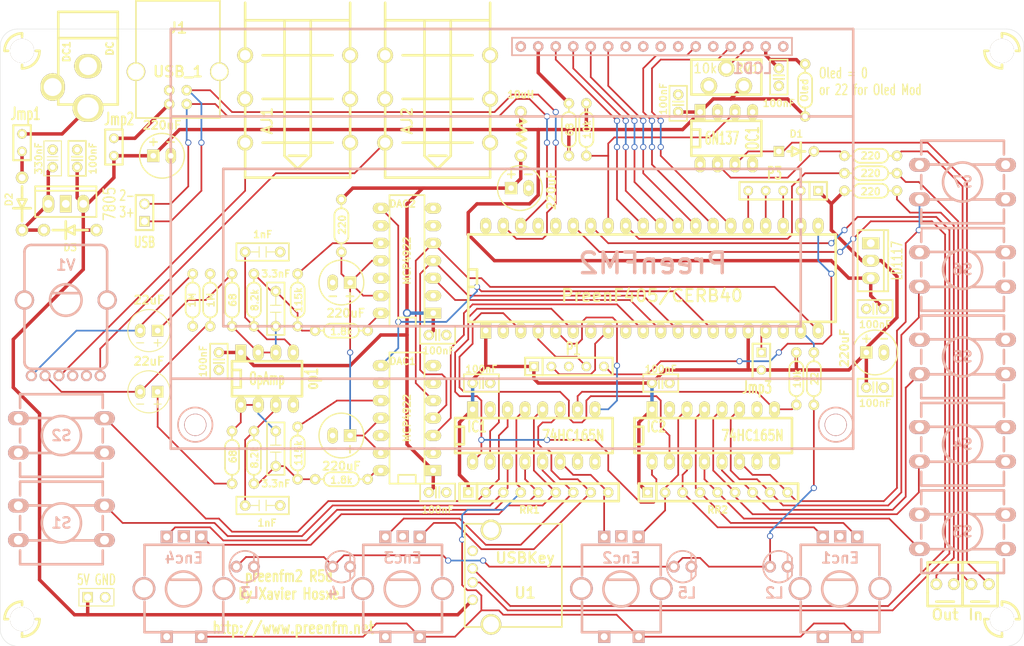
<source format=kicad_pcb>
(kicad_pcb (version 20171130) (host pcbnew 5.1.2-f72e74a~84~ubuntu18.04.1)
  (layers (0 TOP signal) (31 BOTTOM signal) (34 B.Paste user) (35 F.Paste user) (36 B.SilkS user) (37 F.SilkS user) (38 B.Mask user) (39 F.Mask user) (44 Edge.Cuts user))
  (net 0 "")
  (net 1 +3.3V)
  (net 2 +5V)
  (net 3 +5VA)
  (net 4 /AIN1)
  (net 5 /AIN2)
  (net 6 /AIN3)
  (net 7 /AIN4)
  (net 8 /DB4)
  (net 9 /DB5)
  (net 10 /DB6)
  (net 11 /DB7)
  (net 12 /E)
  (net 13 /LED)
  (net 14 /LODR)
  (net 15 /MCLK)
  (net 16 /MLD)
  (net 17 /MQH)
  (net 18 /RESET)
  (net 19 /RR1_1)
  (net 20 /RR1_2)
  (net 21 /RR1_3)
  (net 22 /RR1_4)
  (net 23 /RR1_5)
  (net 24 /RR1_6)
  (net 25 /RR1_7)
  (net 26 /RR1_8)
  (net 27 /RR2_1)
  (net 28 /RR2_2)
  (net 29 /RR2_3)
  (net 30 /RR2_4)
  (net 31 /RR2_5)
  (net 32 /RR2_6)
  (net 33 /RR2_7)
  (net 34 /RR2_8)
  (net 35 /RS)
  (net 36 /RX)
  (net 37 /SPI_CK)
  (net 38 /SPI_DAC1)
  (net 39 /SPI_DAC2)
  (net 40 /SPI_LDAC)
  (net 41 /SPI_MO)
  (net 42 /SWD_CLK)
  (net 43 /SWD_IO)
  (net 44 /TX)
  (net 45 /USB_D+)
  (net 46 /USB_D-)
  (net 47 /USB_DN)
  (net 48 /USB_DP)
  (net 49 GND)
  (net 50 N-000002)
  (net 51 N-000005)
  (net 52 N-000007)
  (net 53 N-000011)
  (net 54 N-000015)
  (net 55 N-000016)
  (net 56 N-000017)
  (net 57 N-000018)
  (net 58 N-000021)
  (net 59 N-000022)
  (net 60 N-000023)
  (net 61 N-000024)
  (net 62 N-000025)
  (net 63 N-000026)
  (net 64 N-000027)
  (net 65 N-000048)
  (net 66 N-000066)
  (net 67 N-000076)
  (net 68 N-000077)
  (net 69 N-000082)
  (net 70 N-000083)
  (net 71 N-000084)
  (net 72 N-000085)
  (net 73 N-000086)
  (net 74 N-000088)
  (net 75 N-000089)
  (net 76 N-000091)
  (net 77 N-000093)
  (net 78 N-000094)
  (net 79 N-000095)
  (net 80 N-000099)
  (module FMCondoChimique2 (layer TOP) (at 135.128 51.054)
    (fp_text reference C6 hide)
    (fp_text value 220uF (at 4.572 0.381 90) (layer F.SilkS) (effects (font (size 1.19888 1.19888) (thickness 0.24892))))
    (pad 1 thru_hole rect (at -1.27 0) (size 1.80086 1.80086) (drill 0.8128) (layers *.Cu *.Mask F.SilkS) (net 2 +5V))
    (pad 2 thru_hole oval (at 1.27 0) (size 1.524 2.30124) (drill 0.8128) (layers *.Cu *.Mask F.SilkS) (net 49 GND))
  )
  (module DIP-8__300_ELL (layer TOP) (at 165.1 43.815)
    (fp_text reference OC1 (at 3.81 0 90) (layer F.SilkS) (effects (font (size 1.778 1.143) (thickness 0.28702))))
    (fp_text value 6N137 (at -0.635 0) (layer F.SilkS) (effects (font (size 1.778 1.016) (thickness 0.254))))
    (pad 1 thru_hole oval (at -3.81 3.81) (size 1.5748 2.286) (drill 0.8128) (layers *.Cu *.Mask F.SilkS))
    (pad 2 thru_hole oval (at -1.27 3.81) (size 1.5748 2.286) (drill 0.8128) (layers *.Cu *.Mask F.SilkS) (net 73 N-000086))
    (pad 3 thru_hole oval (at 1.27 3.81) (size 1.5748 2.286) (drill 0.8128) (layers *.Cu *.Mask F.SilkS) (net 74 N-000088))
    (pad 4 thru_hole oval (at 3.81 3.81) (size 1.5748 2.286) (drill 0.8128) (layers *.Cu *.Mask F.SilkS))
    (pad 5 thru_hole oval (at 3.81 -3.81) (size 1.5748 2.286) (drill 0.8128) (layers *.Cu *.Mask F.SilkS) (net 49 GND))
    (pad 6 thru_hole oval (at 1.27 -3.81) (size 1.5748 2.286) (drill 0.8128) (layers *.Cu *.Mask F.SilkS) (net 36 /RX))
    (pad 7 thru_hole oval (at -1.27 -3.81) (size 1.5748 2.286) (drill 0.8128) (layers *.Cu *.Mask F.SilkS))
    (pad 8 thru_hole rect (at -3.81 -3.81) (size 1.5748 2.286) (drill 0.8128) (layers *.Cu *.Mask F.SilkS) (net 3 +5VA))
  )
  (module FMDiode2 (layer TOP) (at 175.26 45.72)
    (fp_text reference D1 (at 0 -2.54) (layer F.SilkS) (effects (font (size 1.00076 1.00076) (thickness 0.20066))))
    (fp_text value 1N4148 hide)
    (pad 1 thru_hole rect (at -2.54 0) (size 1.524 1.524) (drill 0.8128) (layers *.Cu *.Mask F.SilkS) (net 74 N-000088))
    (pad 2 thru_hole circle (at 2.54 0) (size 1.524 1.524) (drill 0.8128) (layers *.Cu *.Mask F.SilkS) (net 73 N-000086))
  )
  (module FMInductance (layer TOP) (at 135.255 43.18 270)
    (fp_text reference L1 hide)
    (fp_text value 10uH (at -5.715 0) (layer F.SilkS) (effects (font (size 1.00076 1.00076) (thickness 0.25146))))
    (pad 1 thru_hole circle (at -3.175 0 270) (size 1.75006 1.75006) (drill 1.00076) (layers *.Cu *.Mask F.SilkS) (net 3 +5VA))
    (pad 2 thru_hole circle (at 3.175 0 270) (size 1.75006 1.75006) (drill 1.00076) (layers *.Cu *.Mask F.SilkS) (net 2 +5V))
  )
  (module DIP-8__300_ELL (layer TOP) (at 98.425 78.74)
    (fp_text reference op1 (at 6.477 0 90) (layer F.SilkS) (effects (font (size 1.778 1.143) (thickness 0.28702))))
    (fp_text value OpAmp (at 0 0) (layer F.SilkS) (effects (font (size 1.778 1.016) (thickness 0.254))))
    (pad 1 thru_hole oval (at -3.81 3.81) (size 1.5748 2.286) (drill 0.8128) (layers *.Cu *.Mask F.SilkS) (net 53 N-000011))
    (pad 2 thru_hole oval (at -1.27 3.81) (size 1.5748 2.286) (drill 0.8128) (layers *.Cu *.Mask F.SilkS) (net 53 N-000011))
    (pad 3 thru_hole oval (at 1.27 3.81) (size 1.5748 2.286) (drill 0.8128) (layers *.Cu *.Mask F.SilkS) (net 68 N-000077))
    (pad 4 thru_hole oval (at 3.81 3.81) (size 1.5748 2.286) (drill 0.8128) (layers *.Cu *.Mask F.SilkS) (net 49 GND))
    (pad 5 thru_hole oval (at 3.81 -3.81) (size 1.5748 2.286) (drill 0.8128) (layers *.Cu *.Mask F.SilkS) (net 58 N-000021))
    (pad 6 thru_hole oval (at 1.27 -3.81) (size 1.5748 2.286) (drill 0.8128) (layers *.Cu *.Mask F.SilkS) (net 54 N-000015))
    (pad 7 thru_hole oval (at -1.27 -3.81) (size 1.5748 2.286) (drill 0.8128) (layers *.Cu *.Mask F.SilkS) (net 54 N-000015))
    (pad 8 thru_hole rect (at -3.81 -3.81) (size 1.5748 2.286) (drill 0.8128) (layers *.Cu *.Mask F.SilkS) (net 2 +5V))
  )
  (module DIP-16__300_ELL (layer TOP) (at 137.16 86.995)
    (fp_text reference IC1 (at -8.255 -1.27) (layer F.SilkS) (effects (font (size 1.524 1.143) (thickness 0.28702))))
    (fp_text value 74HC165N (at 5.715 0) (layer F.SilkS) (effects (font (size 1.524 1.143) (thickness 0.28702))))
    (pad 1 thru_hole oval (at -8.89 3.81) (size 1.5748 2.286) (drill 0.8128) (layers *.Cu *.Mask F.SilkS) (net 16 /MLD))
    (pad 2 thru_hole oval (at -6.35 3.81) (size 1.5748 2.286) (drill 0.8128) (layers *.Cu *.Mask F.SilkS) (net 15 /MCLK))
    (pad 3 thru_hole oval (at -3.81 3.81) (size 1.5748 2.286) (drill 0.8128) (layers *.Cu *.Mask F.SilkS) (net 20 /RR1_2))
    (pad 4 thru_hole oval (at -1.27 3.81) (size 1.5748 2.286) (drill 0.8128) (layers *.Cu *.Mask F.SilkS) (net 22 /RR1_4))
    (pad 5 thru_hole oval (at 1.27 3.81) (size 1.5748 2.286) (drill 0.8128) (layers *.Cu *.Mask F.SilkS) (net 24 /RR1_6))
    (pad 6 thru_hole oval (at 3.81 3.81) (size 1.5748 2.286) (drill 0.8128) (layers *.Cu *.Mask F.SilkS) (net 26 /RR1_8))
    (pad 7 thru_hole oval (at 6.35 3.81) (size 1.5748 2.286) (drill 0.8128) (layers *.Cu *.Mask F.SilkS))
    (pad 8 thru_hole oval (at 8.89 3.81) (size 1.5748 2.286) (drill 0.8128) (layers *.Cu *.Mask F.SilkS) (net 49 GND))
    (pad 9 thru_hole oval (at 8.89 -3.81) (size 1.5748 2.286) (drill 0.8128) (layers *.Cu *.Mask F.SilkS) (net 17 /MQH))
    (pad 10 thru_hole oval (at 6.35 -3.81) (size 1.5748 2.286) (drill 0.8128) (layers *.Cu *.Mask F.SilkS) (net 50 N-000002))
    (pad 11 thru_hole oval (at 3.81 -3.81) (size 1.5748 2.286) (drill 0.8128) (layers *.Cu *.Mask F.SilkS) (net 25 /RR1_7))
    (pad 12 thru_hole oval (at 1.27 -3.81) (size 1.5748 2.286) (drill 0.8128) (layers *.Cu *.Mask F.SilkS) (net 23 /RR1_5))
    (pad 13 thru_hole oval (at -1.27 -3.81) (size 1.5748 2.286) (drill 0.8128) (layers *.Cu *.Mask F.SilkS) (net 21 /RR1_3))
    (pad 14 thru_hole oval (at -3.81 -3.81) (size 1.5748 2.286) (drill 0.8128) (layers *.Cu *.Mask F.SilkS) (net 19 /RR1_1))
    (pad 15 thru_hole oval (at -6.35 -3.81) (size 1.5748 2.286) (drill 0.8128) (layers *.Cu *.Mask F.SilkS) (net 49 GND))
    (pad 16 thru_hole rect (at -8.89 -3.81) (size 1.5748 2.286) (drill 0.8128) (layers *.Cu *.Mask F.SilkS) (net 1 +3.3V))
  )
  (module DIP-16__300_ELL (layer TOP) (at 163.195 86.995)
    (fp_text reference IC2 (at -8.255 -1.27) (layer F.SilkS) (effects (font (size 1.524 1.143) (thickness 0.28702))))
    (fp_text value 74HC165N (at 5.715 0) (layer F.SilkS) (effects (font (size 1.524 1.143) (thickness 0.28702))))
    (pad 1 thru_hole oval (at -8.89 3.81) (size 1.5748 2.286) (drill 0.8128) (layers *.Cu *.Mask F.SilkS) (net 16 /MLD))
    (pad 2 thru_hole oval (at -6.35 3.81) (size 1.5748 2.286) (drill 0.8128) (layers *.Cu *.Mask F.SilkS) (net 15 /MCLK))
    (pad 3 thru_hole oval (at -3.81 3.81) (size 1.5748 2.286) (drill 0.8128) (layers *.Cu *.Mask F.SilkS) (net 28 /RR2_2))
    (pad 4 thru_hole oval (at -1.27 3.81) (size 1.5748 2.286) (drill 0.8128) (layers *.Cu *.Mask F.SilkS) (net 30 /RR2_4))
    (pad 5 thru_hole oval (at 1.27 3.81) (size 1.5748 2.286) (drill 0.8128) (layers *.Cu *.Mask F.SilkS) (net 32 /RR2_6))
    (pad 6 thru_hole oval (at 3.81 3.81) (size 1.5748 2.286) (drill 0.8128) (layers *.Cu *.Mask F.SilkS) (net 34 /RR2_8))
    (pad 7 thru_hole oval (at 6.35 3.81) (size 1.5748 2.286) (drill 0.8128) (layers *.Cu *.Mask F.SilkS))
    (pad 8 thru_hole oval (at 8.89 3.81) (size 1.5748 2.286) (drill 0.8128) (layers *.Cu *.Mask F.SilkS) (net 49 GND))
    (pad 9 thru_hole oval (at 8.89 -3.81) (size 1.5748 2.286) (drill 0.8128) (layers *.Cu *.Mask F.SilkS) (net 50 N-000002))
    (pad 10 thru_hole oval (at 6.35 -3.81) (size 1.5748 2.286) (drill 0.8128) (layers *.Cu *.Mask F.SilkS))
    (pad 11 thru_hole oval (at 3.81 -3.81) (size 1.5748 2.286) (drill 0.8128) (layers *.Cu *.Mask F.SilkS) (net 33 /RR2_7))
    (pad 12 thru_hole oval (at 1.27 -3.81) (size 1.5748 2.286) (drill 0.8128) (layers *.Cu *.Mask F.SilkS) (net 31 /RR2_5))
    (pad 13 thru_hole oval (at -1.27 -3.81) (size 1.5748 2.286) (drill 0.8128) (layers *.Cu *.Mask F.SilkS) (net 29 /RR2_3))
    (pad 14 thru_hole oval (at -3.81 -3.81) (size 1.5748 2.286) (drill 0.8128) (layers *.Cu *.Mask F.SilkS) (net 27 /RR2_1))
    (pad 15 thru_hole oval (at -6.35 -3.81) (size 1.5748 2.286) (drill 0.8128) (layers *.Cu *.Mask F.SilkS) (net 49 GND))
    (pad 16 thru_hole rect (at -8.89 -3.81) (size 1.5748 2.286) (drill 0.8128) (layers *.Cu *.Mask F.SilkS) (net 1 +3.3V))
  )
  (module FMHole3mm (layer TOP) (at 205.105 113.665 270)
    (fp_text reference P5 hide)
    (fp_text value CONN_1 hide)
    (pad 1 thru_hole circle (at 0 0 270) (size 3.50012 3.50012) (drill 3.50012) (layers *.Cu *.Mask F.SilkS) (clearance 2.49936))
  )
  (module FMHole3mm (layer TOP) (at 205.105 31.115 90)
    (fp_text reference P6 hide)
    (fp_text value CONN_1 hide)
    (pad 1 thru_hole circle (at 0 0 90) (size 3.50012 3.50012) (drill 3.50012) (layers *.Cu *.Mask F.SilkS) (clearance 2.49936))
  )
  (module FMHole3mm (layer TOP) (at 62.865 113.665 180)
    (fp_text reference P7 hide)
    (fp_text value CONN_1 hide)
    (pad 1 thru_hole circle (at 0 0 180) (size 3.50012 3.50012) (drill 3.50012) (layers *.Cu *.Mask F.SilkS) (clearance 2.49936))
  )
  (module DIP-40__600_ELL (layer TOP) (at 154.305 64.135)
    (fp_text reference C4 hide)
    (fp_text value PreenF405/CERB40 (at 0 2.54) (layer F.SilkS) (effects (font (size 1.778 1.778) (thickness 0.3048))))
    (pad 1 thru_hole rect (at -24.13 7.62) (size 1.5748 2.286) (drill 0.8128) (layers *.Cu *.Mask F.SilkS) (net 1 +3.3V))
    (pad 2 thru_hole oval (at -21.59 7.62) (size 1.5748 2.286) (drill 0.8128) (layers *.Cu *.Mask F.SilkS) (net 49 GND))
    (pad 3 thru_hole oval (at -19.05 7.62) (size 1.5748 2.286) (drill 0.8128) (layers *.Cu *.Mask F.SilkS) (net 15 /MCLK))
    (pad 4 thru_hole oval (at -16.51 7.62) (size 1.5748 2.286) (drill 0.8128) (layers *.Cu *.Mask F.SilkS) (net 43 /SWD_IO))
    (pad 5 thru_hole oval (at -13.97 7.62) (size 1.5748 2.286) (drill 0.8128) (layers *.Cu *.Mask F.SilkS) (net 17 /MQH))
    (pad 6 thru_hole oval (at -11.43 7.62) (size 1.5748 2.286) (drill 0.8128) (layers *.Cu *.Mask F.SilkS) (net 16 /MLD))
    (pad 7 thru_hole oval (at -8.89 7.62) (size 1.5748 2.286) (drill 0.8128) (layers *.Cu *.Mask F.SilkS))
    (pad 8 thru_hole oval (at -6.35 7.62) (size 1.5748 2.286) (drill 0.8128) (layers *.Cu *.Mask F.SilkS) (net 42 /SWD_CLK))
    (pad 9 thru_hole oval (at -3.81 7.62) (size 1.5748 2.286) (drill 0.8128) (layers *.Cu *.Mask F.SilkS))
    (pad 10 thru_hole oval (at -1.27 7.62) (size 1.5748 2.286) (drill 0.8128) (layers *.Cu *.Mask F.SilkS) (net 38 /SPI_DAC1))
    (pad 11 thru_hole oval (at 1.27 7.62) (size 1.5748 2.286) (drill 0.8128) (layers *.Cu *.Mask F.SilkS) (net 39 /SPI_DAC2))
    (pad 12 thru_hole oval (at 3.81 7.62) (size 1.5748 2.286) (drill 0.8128) (layers *.Cu *.Mask F.SilkS) (net 37 /SPI_CK))
    (pad 13 thru_hole oval (at 6.35 7.62) (size 1.5748 2.286) (drill 0.8128) (layers *.Cu *.Mask F.SilkS))
    (pad 14 thru_hole oval (at 8.89 7.62) (size 1.5748 2.286) (drill 0.8128) (layers *.Cu *.Mask F.SilkS) (net 40 /SPI_LDAC))
    (pad 15 thru_hole oval (at 11.43 7.62) (size 1.5748 2.286) (drill 0.8128) (layers *.Cu *.Mask F.SilkS))
    (pad 16 thru_hole oval (at 13.97 7.62) (size 1.5748 2.286) (drill 0.8128) (layers *.Cu *.Mask F.SilkS) (net 1 +3.3V))
    (pad 17 thru_hole oval (at 16.51 7.62) (size 1.5748 2.286) (drill 0.8128) (layers *.Cu *.Mask F.SilkS) (net 14 /LODR))
    (pad 18 thru_hole oval (at 19.05 7.62) (size 1.5748 2.286) (drill 0.8128) (layers *.Cu *.Mask F.SilkS))
    (pad 19 thru_hole oval (at 21.59 7.62) (size 1.5748 2.286) (drill 0.8128) (layers *.Cu *.Mask F.SilkS) (net 13 /LED))
    (pad 20 thru_hole oval (at 24.13 7.62) (size 1.5748 2.286) (drill 0.8128) (layers *.Cu *.Mask F.SilkS) (net 41 /SPI_MO))
    (pad 21 thru_hole oval (at 24.13 -7.62) (size 1.5748 2.286) (drill 0.8128) (layers *.Cu *.Mask F.SilkS) (net 18 /RESET))
    (pad 22 thru_hole oval (at 21.59 -7.62) (size 1.5748 2.286) (drill 0.8128) (layers *.Cu *.Mask F.SilkS) (net 4 /AIN1))
    (pad 23 thru_hole oval (at 19.05 -7.62) (size 1.5748 2.286) (drill 0.8128) (layers *.Cu *.Mask F.SilkS) (net 5 /AIN2))
    (pad 24 thru_hole oval (at 16.51 -7.62) (size 1.5748 2.286) (drill 0.8128) (layers *.Cu *.Mask F.SilkS) (net 6 /AIN3))
    (pad 25 thru_hole oval (at 13.97 -7.62) (size 1.5748 2.286) (drill 0.8128) (layers *.Cu *.Mask F.SilkS) (net 7 /AIN4))
    (pad 26 thru_hole oval (at 11.43 -7.62) (size 1.5748 2.286) (drill 0.8128) (layers *.Cu *.Mask F.SilkS) (net 35 /RS))
    (pad 27 thru_hole oval (at 8.89 -7.62) (size 1.5748 2.286) (drill 0.8128) (layers *.Cu *.Mask F.SilkS) (net 12 /E))
    (pad 28 thru_hole oval (at 6.35 -7.62) (size 1.5748 2.286) (drill 0.8128) (layers *.Cu *.Mask F.SilkS) (net 8 /DB4))
    (pad 29 thru_hole oval (at 3.81 -7.62) (size 1.5748 2.286) (drill 0.8128) (layers *.Cu *.Mask F.SilkS) (net 9 /DB5))
    (pad 30 thru_hole oval (at 1.27 -7.62) (size 1.5748 2.286) (drill 0.8128) (layers *.Cu *.Mask F.SilkS) (net 10 /DB6))
    (pad 31 thru_hole oval (at -1.27 -7.62) (size 1.5748 2.286) (drill 0.8128) (layers *.Cu *.Mask F.SilkS) (net 11 /DB7))
    (pad 32 thru_hole oval (at -3.81 -7.62) (size 1.5748 2.286) (drill 0.8128) (layers *.Cu *.Mask F.SilkS) (net 44 /TX))
    (pad 33 thru_hole oval (at -6.35 -7.62) (size 1.5748 2.286) (drill 0.8128) (layers *.Cu *.Mask F.SilkS) (net 36 /RX))
    (pad 34 thru_hole oval (at -8.89 -7.62) (size 1.5748 2.286) (drill 0.8128) (layers *.Cu *.Mask F.SilkS) (net 47 /USB_DN))
    (pad 35 thru_hole oval (at -11.43 -7.62) (size 1.5748 2.286) (drill 0.8128) (layers *.Cu *.Mask F.SilkS) (net 48 /USB_DP))
    (pad 36 thru_hole oval (at -13.97 -7.62) (size 1.5748 2.286) (drill 0.8128) (layers *.Cu *.Mask F.SilkS))
    (pad 37 thru_hole oval (at -16.51 -7.62) (size 1.5748 2.286) (drill 0.8128) (layers *.Cu *.Mask F.SilkS))
    (pad 38 thru_hole oval (at -19.05 -7.62) (size 1.5748 2.286) (drill 0.8128) (layers *.Cu *.Mask F.SilkS) (net 46 /USB_D-))
    (pad 39 thru_hole oval (at -21.59 -7.62) (size 1.5748 2.286) (drill 0.8128) (layers *.Cu *.Mask F.SilkS) (net 45 /USB_D+))
    (pad 40 thru_hole oval (at -24.13 -7.62) (size 1.5748 2.286) (drill 0.8128) (layers *.Cu *.Mask F.SilkS))
  )
  (module SIL-5 (layer TOP) (at 143.51 76.962)
    (fp_text reference P1 (at -0.635 -2.54) (layer F.SilkS) (effects (font (size 1.72974 1.08712) (thickness 0.27178))))
    (fp_text value CONN_5 hide)
    (pad 1 thru_hole rect (at -6.35 0) (size 1.397 1.397) (drill 0.8128) (layers *.Cu *.Mask F.SilkS) (net 1 +3.3V))
    (pad 2 thru_hole circle (at -3.81 0) (size 1.397 1.397) (drill 0.8128) (layers *.Cu *.Mask F.SilkS) (net 42 /SWD_CLK))
    (pad 3 thru_hole circle (at -1.27 0) (size 1.397 1.397) (drill 0.8128) (layers *.Cu *.Mask F.SilkS) (net 49 GND))
    (pad 4 thru_hole circle (at 1.27 0) (size 1.397 1.397) (drill 0.8128) (layers *.Cu *.Mask F.SilkS) (net 43 /SWD_IO))
    (pad 5 thru_hole circle (at 3.81 0) (size 1.397 1.397) (drill 0.8128) (layers *.Cu *.Mask F.SilkS) (net 18 /RESET))
  )
  (module SIL-5 (layer TOP) (at 172.085 51.435 180)
    (fp_text reference P3 (at 0 2.54 180) (layer F.SilkS) (effects (font (size 1.72974 1.08712) (thickness 0.27178))))
    (fp_text value CONN_5 hide)
    (pad 1 thru_hole rect (at -6.35 0 180) (size 1.397 1.397) (drill 0.8128) (layers *.Cu *.Mask F.SilkS) (net 1 +3.3V))
    (pad 2 thru_hole circle (at -3.81 0 180) (size 1.397 1.397) (drill 0.8128) (layers *.Cu *.Mask F.SilkS) (net 4 /AIN1))
    (pad 3 thru_hole circle (at -1.27 0 180) (size 1.397 1.397) (drill 0.8128) (layers *.Cu *.Mask F.SilkS) (net 5 /AIN2))
    (pad 4 thru_hole circle (at 1.27 0 180) (size 1.397 1.397) (drill 0.8128) (layers *.Cu *.Mask F.SilkS) (net 6 /AIN3))
    (pad 5 thru_hole circle (at 3.81 0 180) (size 1.397 1.397) (drill 0.8128) (layers *.Cu *.Mask F.SilkS) (net 7 /AIN4))
  )
  (module FMHole3mm (layer TOP) (at 62.865 31.115 180)
    (fp_text reference P4 hide)
    (fp_text value CONN_1 hide)
    (pad 1 thru_hole circle (at 0 0 180) (size 3.50012 3.50012) (drill 3.50012) (layers *.Cu *.Mask F.SilkS) (clearance 2.49936))
  )
  (module FMRV2 (layer TOP) (at 165.1 34.925)
    (fp_text reference RV1 (at 3.048 -1.27) (layer F.SilkS) (effects (font (size 1.397 1.27) (thickness 0.2032))))
    (fp_text value 10k (at -3.048 -1.27) (layer F.SilkS) (effects (font (size 1.397 1.27) (thickness 0.2032))))
    (pad 1 thru_hole circle (at -2.54 1.27) (size 2.4003 2.4003) (drill 1.50114) (layers *.Cu *.Mask F.SilkS) (net 49 GND))
    (pad 2 thru_hole circle (at 0 -1.27) (size 2.4003 2.4003) (drill 1.50114) (layers *.Cu *.Mask F.SilkS) (net 70 N-000083))
    (pad 3 thru_hole circle (at 2.54 1.27) (size 2.4003 2.4003) (drill 1.50114) (layers *.Cu *.Mask F.SilkS) (net 3 +5VA))
  )
  (module FMRR9 (layer TOP) (at 137.795 95.25)
    (fp_text reference RR1 (at -1.27 2.54) (layer F.SilkS) (effects (font (size 1.00076 1.00076) (thickness 0.25146))))
    (fp_text value RR10k hide)
    (pad 1 thru_hole rect (at -10.16 0) (size 1.524 1.524) (drill 0.8128) (layers *.Cu *.Mask F.SilkS) (net 1 +3.3V))
    (pad 2 thru_hole circle (at -7.62 0) (size 1.524 1.524) (drill 0.8128) (layers *.Cu *.Mask F.SilkS) (net 19 /RR1_1))
    (pad 3 thru_hole circle (at -5.08 0) (size 1.524 1.524) (drill 0.8128) (layers *.Cu *.Mask F.SilkS) (net 20 /RR1_2))
    (pad 4 thru_hole circle (at -2.54 0) (size 1.524 1.524) (drill 0.8128) (layers *.Cu *.Mask F.SilkS) (net 21 /RR1_3))
    (pad 5 thru_hole circle (at 0 0) (size 1.524 1.524) (drill 0.8128) (layers *.Cu *.Mask F.SilkS) (net 22 /RR1_4))
    (pad 6 thru_hole circle (at 2.54 0) (size 1.524 1.524) (drill 0.8128) (layers *.Cu *.Mask F.SilkS) (net 23 /RR1_5))
    (pad 7 thru_hole circle (at 5.08 0) (size 1.524 1.524) (drill 0.8128) (layers *.Cu *.Mask F.SilkS) (net 24 /RR1_6))
    (pad 8 thru_hole circle (at 7.62 0) (size 1.524 1.524) (drill 0.8128) (layers *.Cu *.Mask F.SilkS) (net 25 /RR1_7))
    (pad 9 thru_hole circle (at 10.16 0) (size 1.524 1.524) (drill 0.8128) (layers *.Cu *.Mask F.SilkS) (net 26 /RR1_8))
  )
  (module FMRR9 (layer TOP) (at 163.83 95.25)
    (fp_text reference RR2 (at 0 2.54) (layer F.SilkS) (effects (font (size 1.00076 1.00076) (thickness 0.25146))))
    (fp_text value RR10k hide)
    (pad 1 thru_hole rect (at -10.16 0) (size 1.524 1.524) (drill 0.8128) (layers *.Cu *.Mask F.SilkS) (net 1 +3.3V))
    (pad 2 thru_hole circle (at -7.62 0) (size 1.524 1.524) (drill 0.8128) (layers *.Cu *.Mask F.SilkS) (net 27 /RR2_1))
    (pad 3 thru_hole circle (at -5.08 0) (size 1.524 1.524) (drill 0.8128) (layers *.Cu *.Mask F.SilkS) (net 28 /RR2_2))
    (pad 4 thru_hole circle (at -2.54 0) (size 1.524 1.524) (drill 0.8128) (layers *.Cu *.Mask F.SilkS) (net 29 /RR2_3))
    (pad 5 thru_hole circle (at 0 0) (size 1.524 1.524) (drill 0.8128) (layers *.Cu *.Mask F.SilkS) (net 30 /RR2_4))
    (pad 6 thru_hole circle (at 2.54 0) (size 1.524 1.524) (drill 0.8128) (layers *.Cu *.Mask F.SilkS) (net 31 /RR2_5))
    (pad 7 thru_hole circle (at 5.08 0) (size 1.524 1.524) (drill 0.8128) (layers *.Cu *.Mask F.SilkS) (net 32 /RR2_6))
    (pad 8 thru_hole circle (at 7.62 0) (size 1.524 1.524) (drill 0.8128) (layers *.Cu *.Mask F.SilkS) (net 33 /RR2_7))
    (pad 9 thru_hole circle (at 10.16 0) (size 1.524 1.524) (drill 0.8128) (layers *.Cu *.Mask F.SilkS) (net 34 /RR2_8))
  )
  (module FMJACK (layer TOP) (at 102.87 36.83 90)
    (fp_text reference AJ1 (at -4.445 -4.445 90) (layer F.SilkS) (effects (font (size 1.524 1.524) (thickness 0.3048))))
    (fp_text value AUDIO_JACK hide)
    (pad 1 thru_hole circle (at -7.62 -7.62 90) (size 2.30124 2.30124) (drill 1.50114) (layers *.Cu *.Mask F.SilkS) (net 51 N-000005))
    (pad 2 thru_hole circle (at -7.62 7.62 90) (size 2.30124 2.30124) (drill 1.50114) (layers *.Cu *.Mask F.SilkS))
    (pad 2 thru_hole circle (at 5.08 7.62 90) (size 2.30124 2.30124) (drill 1.50114) (layers *.Cu *.Mask F.SilkS))
    (pad 0 thru_hole circle (at 5.08 -7.62 90) (size 2.30124 2.30124) (drill 1.50114) (layers *.Cu *.Mask F.SilkS) (net 49 GND))
    (pad 2 thru_hole circle (at -1.27 -7.62 90) (size 2.30124 2.30124) (drill 1.50114) (layers *.Cu *.Mask F.SilkS))
    (pad 2 thru_hole circle (at -1.27 7.62 90) (size 2.30124 2.30124) (drill 1.50114) (layers *.Cu *.Mask F.SilkS))
  )
  (module FMJACK (layer TOP) (at 123.19 36.83 90)
    (fp_text reference AJ2 (at -4.445 -4.445 90) (layer F.SilkS) (effects (font (size 1.524 1.524) (thickness 0.3048))))
    (fp_text value AUDIO_JACK hide)
    (pad 1 thru_hole circle (at -7.62 -7.62 90) (size 2.30124 2.30124) (drill 1.50114) (layers *.Cu *.Mask F.SilkS) (net 63 N-000026))
    (pad 2 thru_hole circle (at -7.62 7.62 90) (size 2.30124 2.30124) (drill 1.50114) (layers *.Cu *.Mask F.SilkS))
    (pad 2 thru_hole circle (at 5.08 7.62 90) (size 2.30124 2.30124) (drill 1.50114) (layers *.Cu *.Mask F.SilkS))
    (pad 0 thru_hole circle (at 5.08 -7.62 90) (size 2.30124 2.30124) (drill 1.50114) (layers *.Cu *.Mask F.SilkS) (net 49 GND))
    (pad 2 thru_hole circle (at -1.27 -7.62 90) (size 2.30124 2.30124) (drill 1.50114) (layers *.Cu *.Mask F.SilkS))
    (pad 2 thru_hole circle (at -1.27 7.62 90) (size 2.30124 2.30124) (drill 1.50114) (layers *.Cu *.Mask F.SilkS))
  )
  (module JACK_ALIM4 (layer TOP) (at 72.4408 33.3248 270)
    (fp_text reference DC1 (at -2.0828 3.0988 270) (layer F.SilkS) (effects (font (size 1.016 1.016) (thickness 0.254))))
    (fp_text value DC (at -2.54 -3.175 270) (layer F.SilkS) (effects (font (size 1.016 1.016) (thickness 0.254))))
    (pad 1 thru_hole oval (at 0 0 270) (size 3.50012 4.0005) (drill 2.60096) (layers *.Cu *.Mask F.SilkS) (net 49 GND))
    (pad 3 thru_hole oval (at 6.096 0 270) (size 4.0005 4.50088) (drill 3.0988) (layers *.Cu *.Mask F.SilkS) (net 66 N-000066))
    (pad 2 thru_hole oval (at 3.048 5.1308 270) (size 4.0005 3.50012) (drill 2.60096) (layers *.Cu *.Mask F.SilkS))
  )
  (module FMMidi2 (layer TOP) (at 201.93 106.045)
    (fp_text reference M1 hide)
    (fp_text value In (at -0.635 6.985) (layer F.SilkS) (effects (font (size 1.524 1.524) (thickness 0.3048))))
    (pad 1 thru_hole circle (at -1.27 2.54) (size 1.69926 1.69926) (drill 1.00076) (layers *.Cu *.Mask F.SilkS) (net 71 N-000084))
    (pad 2 thru_hole circle (at 1.27 2.54) (size 1.69926 1.69926) (drill 1.00076) (layers *.Cu *.Mask F.SilkS) (net 74 N-000088))
  )
  (module FMMidi2 (layer TOP) (at 196.85 106.045)
    (fp_text reference M2 hide)
    (fp_text value Out (at 0 6.985) (layer F.SilkS) (effects (font (size 1.524 1.524) (thickness 0.3048))))
    (pad 1 thru_hole circle (at -1.27 2.54) (size 1.69926 1.69926) (drill 1.00076) (layers *.Cu *.Mask F.SilkS) (net 52 N-000007))
    (pad 2 thru_hole circle (at 1.27 2.54) (size 1.69926 1.69926) (drill 1.00076) (layers *.Cu *.Mask F.SilkS) (net 72 N-000085))
  )
  (module SIL-2 (layer TOP) (at 80.645 54.61 90)
    (fp_text reference K2 hide)
    (fp_text value USB (at -4.318 0 180) (layer F.SilkS) (effects (font (size 1.524 1.016) (thickness 0.254))))
    (pad 1 thru_hole rect (at -1.27 0 90) (size 1.50114 1.50114) (drill 1.00076) (layers *.Cu *.Mask F.SilkS) (net 45 /USB_D+))
    (pad 2 thru_hole circle (at 1.27 0 90) (size 1.50114 1.50114) (drill 1.00076) (layers *.Cu *.Mask F.SilkS) (net 46 /USB_D-))
  )
  (module SIL-2 (layer TOP) (at 62.865 44.45 270)
    (fp_text reference Jmp1 (at -4.191 -0.508) (layer F.SilkS) (effects (font (size 1.72974 1.08712) (thickness 0.27178))))
    (fp_text value Jmp hide)
    (pad 1 thru_hole oval (at -1.27 0 270) (size 1.397 1.397) (drill 0.8128) (layers *.Cu *.Mask F.SilkS) (net 66 N-000066))
    (pad 2 thru_hole circle (at 1.27 0 270) (size 1.397 1.397) (drill 0.8128) (layers *.Cu *.Mask F.SilkS) (net 65 N-000048))
  )
  (module SIL-2 (layer TOP) (at 76.2 45.085 90)
    (fp_text reference Jmp2 (at 4.064 0.762 180) (layer F.SilkS) (effects (font (size 1.72974 1.08712) (thickness 0.27178))))
    (fp_text value Jmp hide)
    (pad 1 thru_hole oval (at -1.27 0 90) (size 1.397 1.397) (drill 0.8128) (layers *.Cu *.Mask F.SilkS) (net 3 +5VA))
    (pad 2 thru_hole circle (at 1.27 0 90) (size 1.397 1.397) (drill 0.8128) (layers *.Cu *.Mask F.SilkS) (net 69 N-000082))
  )
  (module FMDualPotALPS (layer BOTTOM) (at 69.215 67.31 180)
    (fp_text reference V1 (at 0 5.08 180) (layer B.SilkS) (effects (font (size 1.524 1.524) (thickness 0.3048)) (justify mirror)))
    (fp_text value VOLUME hide)
    (pad "" thru_hole circle (at 5.99948 0 270) (size 2.79908 2.79908) (drill 2.10058) (layers *.Cu *.Mask B.SilkS))
    (pad "" thru_hole circle (at -5.99948 0 270) (size 2.79908 2.79908) (drill 2.10058) (layers *.Cu *.Mask B.SilkS))
    (pad 1 thru_hole circle (at -2.99974 -10.9982 180) (size 1.6002 1.6002) (drill 1.00076) (layers *.Cu *.Mask B.SilkS) (net 49 GND))
    (pad 2 thru_hole circle (at -4.99872 -10.9982 180) (size 1.6002 1.6002) (drill 1.00076) (layers *.Cu *.Mask B.SilkS) (net 63 N-000026))
    (pad 3 thru_hole circle (at 5.00126 -10.9982 180) (size 1.6002 1.6002) (drill 1.00076) (layers *.Cu *.Mask B.SilkS) (net 77 N-000093))
    (pad 4 thru_hole circle (at -0.99822 -10.9982 180) (size 1.6002 1.6002) (drill 1.00076) (layers *.Cu *.Mask B.SilkS) (net 49 GND))
    (pad 5 thru_hole circle (at 1.00076 -10.9982 180) (size 1.6002 1.6002) (drill 1.00076) (layers *.Cu *.Mask B.SilkS) (net 51 N-000005))
    (pad 6 thru_hole circle (at 2.99974 -10.9982 180) (size 1.6002 1.6002) (drill 1.00076) (layers *.Cu *.Mask B.SilkS) (net 64 N-000027))
  )
  (module FMCondeDecouplage (layer TOP) (at 67.31 46.736 90)
    (fp_text reference C12 hide)
    (fp_text value 330nF (at 0 -2.032 90) (layer F.SilkS) (effects (font (size 1.00076 1.00076) (thickness 0.20066))))
    (pad 1 thru_hole circle (at -1.27 0 90) (size 1.50114 1.50114) (drill 0.8001) (layers *.Cu *.Mask F.SilkS) (net 76 N-000091))
    (pad 2 thru_hole circle (at 1.27 0 90) (size 1.50114 1.50114) (drill 0.8001) (layers *.Cu *.Mask F.SilkS) (net 49 GND))
  )
  (module SIL-2 (layer TOP) (at 170.18 76.2 270)
    (fp_text reference Jmp3 (at 3.81 0.635) (layer F.SilkS) (effects (font (size 1.72974 1.08712) (thickness 0.27178))))
    (fp_text value Jmp hide)
    (pad 1 thru_hole rect (at -1.27 0 270) (size 1.397 1.397) (drill 0.8128) (layers *.Cu *.Mask F.SilkS) (net 14 /LODR))
    (pad 2 thru_hole circle (at 1.27 0 270) (size 1.397 1.397) (drill 0.8128) (layers *.Cu *.Mask F.SilkS) (net 1 +3.3V))
  )
  (module FMButton2 (layer BOTTOM) (at 68.58 99.695)
    (fp_text reference S1 (at 0 0) (layer B.SilkS) (effects (font (size 1.524 1.524) (thickness 0.3048)) (justify mirror)))
    (fp_text value SWITCH hide)
    (pad "" thru_hole oval (at -6.25094 2.49936) (size 2.99974 1.99898) (drill 1.30048) (layers *.Cu *.Mask B.SilkS))
    (pad 1 thru_hole oval (at 6.25094 2.49936) (size 2.99974 1.99898) (drill 1.30048) (layers *.Cu *.Mask B.SilkS) (net 49 GND))
    (pad 2 thru_hole oval (at 6.25094 -2.49936) (size 2.99974 1.99898) (drill 1.30048) (layers *.Cu *.Mask B.SilkS) (net 20 /RR1_2))
    (pad "" thru_hole oval (at -6.25094 -2.49936) (size 2.99974 1.99898) (drill 1.30048) (layers *.Cu *.Mask B.SilkS))
  )
  (module FMButton2 (layer BOTTOM) (at 68.58 86.995)
    (fp_text reference S2 (at 0 0) (layer B.SilkS) (effects (font (size 1.524 1.524) (thickness 0.3048)) (justify mirror)))
    (fp_text value SWITCH hide)
    (pad "" thru_hole oval (at -6.25094 2.49936) (size 2.99974 1.99898) (drill 1.30048) (layers *.Cu *.Mask B.SilkS))
    (pad 1 thru_hole oval (at 6.25094 2.49936) (size 2.99974 1.99898) (drill 1.30048) (layers *.Cu *.Mask B.SilkS) (net 49 GND))
    (pad 2 thru_hole oval (at 6.25094 -2.49936) (size 2.99974 1.99898) (drill 1.30048) (layers *.Cu *.Mask B.SilkS) (net 19 /RR1_1))
    (pad "" thru_hole oval (at -6.25094 -2.49936) (size 2.99974 1.99898) (drill 1.30048) (layers *.Cu *.Mask B.SilkS))
  )
  (module FMButton2 (layer BOTTOM) (at 199.39 100.965 180)
    (fp_text reference S3 (at 0 0 180) (layer B.SilkS) (effects (font (size 1.524 1.524) (thickness 0.3048)) (justify mirror)))
    (fp_text value SWITCH hide)
    (pad "" thru_hole oval (at -6.25094 2.49936 180) (size 2.99974 1.99898) (drill 1.30048) (layers *.Cu *.Mask B.SilkS))
    (pad 1 thru_hole oval (at 6.25094 2.49936 180) (size 2.99974 1.99898) (drill 1.30048) (layers *.Cu *.Mask B.SilkS) (net 49 GND))
    (pad 2 thru_hole oval (at 6.25094 -2.49936 180) (size 2.99974 1.99898) (drill 1.30048) (layers *.Cu *.Mask B.SilkS) (net 30 /RR2_4))
    (pad "" thru_hole oval (at -6.25094 -2.49936 180) (size 2.99974 1.99898) (drill 1.30048) (layers *.Cu *.Mask B.SilkS))
  )
  (module FMButton2 (layer BOTTOM) (at 199.39 88.265 180)
    (fp_text reference S4 (at 0 0 180) (layer B.SilkS) (effects (font (size 1.524 1.524) (thickness 0.3048)) (justify mirror)))
    (fp_text value SWITCH hide)
    (pad "" thru_hole oval (at -6.25094 2.49936 180) (size 2.99974 1.99898) (drill 1.30048) (layers *.Cu *.Mask B.SilkS))
    (pad 1 thru_hole oval (at 6.25094 2.49936 180) (size 2.99974 1.99898) (drill 1.30048) (layers *.Cu *.Mask B.SilkS) (net 49 GND))
    (pad 2 thru_hole oval (at 6.25094 -2.49936 180) (size 2.99974 1.99898) (drill 1.30048) (layers *.Cu *.Mask B.SilkS) (net 31 /RR2_5))
    (pad "" thru_hole oval (at -6.25094 -2.49936 180) (size 2.99974 1.99898) (drill 1.30048) (layers *.Cu *.Mask B.SilkS))
  )
  (module FMButton2 (layer BOTTOM) (at 199.39 75.565 180)
    (fp_text reference S5 (at 0 0 180) (layer B.SilkS) (effects (font (size 1.524 1.524) (thickness 0.3048)) (justify mirror)))
    (fp_text value SWITCH hide)
    (pad "" thru_hole oval (at -6.25094 2.49936 180) (size 2.99974 1.99898) (drill 1.30048) (layers *.Cu *.Mask B.SilkS))
    (pad 1 thru_hole oval (at 6.25094 2.49936 180) (size 2.99974 1.99898) (drill 1.30048) (layers *.Cu *.Mask B.SilkS) (net 49 GND))
    (pad 2 thru_hole oval (at 6.25094 -2.49936 180) (size 2.99974 1.99898) (drill 1.30048) (layers *.Cu *.Mask B.SilkS) (net 32 /RR2_6))
    (pad "" thru_hole oval (at -6.25094 -2.49936 180) (size 2.99974 1.99898) (drill 1.30048) (layers *.Cu *.Mask B.SilkS))
  )
  (module FMButton2 (layer BOTTOM) (at 199.39 62.865 180)
    (fp_text reference S6 (at 0 0 180) (layer B.SilkS) (effects (font (size 1.524 1.524) (thickness 0.3048)) (justify mirror)))
    (fp_text value SWITCH hide)
    (pad "" thru_hole oval (at -6.25094 2.49936 180) (size 2.99974 1.99898) (drill 1.30048) (layers *.Cu *.Mask B.SilkS))
    (pad 1 thru_hole oval (at 6.25094 2.49936 180) (size 2.99974 1.99898) (drill 1.30048) (layers *.Cu *.Mask B.SilkS) (net 49 GND))
    (pad 2 thru_hole oval (at 6.25094 -2.49936 180) (size 2.99974 1.99898) (drill 1.30048) (layers *.Cu *.Mask B.SilkS) (net 33 /RR2_7))
    (pad "" thru_hole oval (at -6.25094 -2.49936 180) (size 2.99974 1.99898) (drill 1.30048) (layers *.Cu *.Mask B.SilkS))
  )
  (module FMButton2 (layer BOTTOM) (at 199.39 50.165 180)
    (fp_text reference S7 (at 0 0 180) (layer B.SilkS) (effects (font (size 1.524 1.524) (thickness 0.3048)) (justify mirror)))
    (fp_text value SWITCH hide)
    (pad "" thru_hole oval (at -6.25094 2.49936 180) (size 2.99974 1.99898) (drill 1.30048) (layers *.Cu *.Mask B.SilkS))
    (pad 1 thru_hole oval (at 6.25094 2.49936 180) (size 2.99974 1.99898) (drill 1.30048) (layers *.Cu *.Mask B.SilkS) (net 49 GND))
    (pad 2 thru_hole oval (at 6.25094 -2.49936 180) (size 2.99974 1.99898) (drill 1.30048) (layers *.Cu *.Mask B.SilkS) (net 34 /RR2_8))
    (pad "" thru_hole oval (at -6.25094 -2.49936 180) (size 2.99974 1.99898) (drill 1.30048) (layers *.Cu *.Mask B.SilkS))
  )
  (module FMLD1117 (layer TOP) (at 186.055 61.595)
    (fp_text reference 3V1 hide)
    (fp_text value LD1117 (at 3.81 0 90) (layer F.SilkS) (effects (font (size 1.524 1.016) (thickness 0.2032))))
    (pad 2 thru_hole oval (at 0 0) (size 2.49936 1.69926) (drill 1.143) (layers *.Cu *.Mask F.SilkS) (net 1 +3.3V))
    (pad 1 thru_hole rect (at 0 -2.54) (size 2.49936 1.69926) (drill 1.143) (layers *.Cu *.Mask F.SilkS) (net 49 GND))
    (pad 3 thru_hole oval (at 0 2.54) (size 2.49936 1.69926) (drill 1.143) (layers *.Cu *.Mask F.SilkS) (net 3 +5VA))
  )
  (module FM7805 (layer TOP) (at 69.215 53.34 90)
    (fp_text reference 5V1 hide)
    (fp_text value 7805 (at 0 6.35 90) (layer F.SilkS) (effects (font (size 1.69926 1.30048) (thickness 0.2032))))
    (pad 3 thru_hole oval (at 0 -2.54 90) (size 2.60096 1.69926) (drill 1.143) (layers *.Cu *.Mask F.SilkS) (net 76 N-000091))
    (pad 1 thru_hole rect (at 0 0 90) (size 2.49936 1.69926) (drill 1.143) (layers *.Cu *.Mask F.SilkS) (net 49 GND))
    (pad 2 thru_hole oval (at 0 2.54 90) (size 2.60096 1.69926) (drill 1.143) (layers *.Cu *.Mask F.SilkS) (net 3 +5VA))
  )
  (module FMCondoChimique_10uF_2 (layer TOP) (at 81.28 80.645 180)
    (fp_text reference C20 hide)
    (fp_text value 22uF (at 0 4.445 180) (layer F.SilkS) (effects (font (size 1.19888 1.19888) (thickness 0.24892))))
    (pad 1 thru_hole rect (at -1.27 0 180) (size 1.69926 1.69926) (drill 0.8128) (layers *.Cu *.Mask F.SilkS) (net 55 N-000016))
    (pad 2 thru_hole oval (at 1.27 0 180) (size 1.524 1.99898) (drill 0.8128) (layers *.Cu *.Mask F.SilkS) (net 64 N-000027))
  )
  (module FMCondoChimique_10uF_2 (layer TOP) (at 81.28 71.755 180)
    (fp_text reference C21 hide)
    (fp_text value 22uF (at 0 4.445 180) (layer F.SilkS) (effects (font (size 1.19888 1.19888) (thickness 0.24892))))
    (pad 1 thru_hole rect (at -1.27 0 180) (size 1.69926 1.69926) (drill 0.8128) (layers *.Cu *.Mask F.SilkS) (net 56 N-000017))
    (pad 2 thru_hole oval (at 1.27 0 180) (size 1.524 1.99898) (drill 0.8128) (layers *.Cu *.Mask F.SilkS) (net 77 N-000093))
  )
  (module FMCondoChimique2 (layer TOP) (at 186.69 74.93)
    (fp_text reference C9 hide)
    (fp_text value 220uF (at -4.445 -0.635 90) (layer F.SilkS) (effects (font (size 1.19888 1.19888) (thickness 0.24892))))
    (pad 1 thru_hole rect (at -1.27 0) (size 1.80086 1.80086) (drill 0.8128) (layers *.Cu *.Mask F.SilkS) (net 1 +3.3V))
    (pad 2 thru_hole oval (at 1.27 0) (size 1.524 2.30124) (drill 0.8128) (layers *.Cu *.Mask F.SilkS) (net 49 GND))
  )
  (module FMCondoChimique2 (layer TOP) (at 109.22 86.995 180)
    (fp_text reference C11 hide)
    (fp_text value 220uF (at 0 -4.445 180) (layer F.SilkS) (effects (font (size 1.19888 1.19888) (thickness 0.24892))))
    (pad 1 thru_hole rect (at -1.27 0 180) (size 1.80086 1.80086) (drill 0.8128) (layers *.Cu *.Mask F.SilkS) (net 79 N-000095))
    (pad 2 thru_hole oval (at 1.27 0 180) (size 1.524 2.30124) (drill 0.8128) (layers *.Cu *.Mask F.SilkS) (net 49 GND))
  )
  (module FMCondoChimique2 (layer TOP) (at 109.22 64.77 180)
    (fp_text reference C13 hide)
    (fp_text value 220uF (at -0.635 -4.445 180) (layer F.SilkS) (effects (font (size 1.19888 1.19888) (thickness 0.24892))))
    (pad 1 thru_hole rect (at -1.27 0 180) (size 1.80086 1.80086) (drill 0.8128) (layers *.Cu *.Mask F.SilkS) (net 79 N-000095))
    (pad 2 thru_hole oval (at 1.27 0 180) (size 1.524 2.30124) (drill 0.8128) (layers *.Cu *.Mask F.SilkS) (net 49 GND))
  )
  (module FMCondoChimique2 (layer TOP) (at 83.185 46.355)
    (fp_text reference C22 hide)
    (fp_text value 220uF (at 0 -4.445) (layer F.SilkS) (effects (font (size 1.19888 1.19888) (thickness 0.24892))))
    (pad 1 thru_hole rect (at -1.27 0) (size 1.80086 1.80086) (drill 0.8128) (layers *.Cu *.Mask F.SilkS) (net 3 +5VA))
    (pad 2 thru_hole oval (at 1.27 0) (size 1.524 2.30124) (drill 0.8128) (layers *.Cu *.Mask F.SilkS) (net 49 GND))
  )
  (module FMResistance (layer TOP) (at 186.055 51.435 180)
    (fp_text reference R1 hide)
    (fp_text value 220 (at 0 -0.127 180) (layer F.SilkS) (effects (font (size 1.00076 1.00076) (thickness 0.22098))))
    (pad 1 thru_hole circle (at -3.81 0 180) (size 1.524 1.524) (drill 0.8128) (layers *.Cu *.Mask F.SilkS) (net 52 N-000007))
    (pad 2 thru_hole circle (at 3.81 0 180) (size 1.524 1.524) (drill 0.8128) (layers *.Cu *.Mask F.SilkS) (net 1 +3.3V))
  )
  (module FMResistance (layer TOP) (at 186.055 46.355 180)
    (fp_text reference R2 hide)
    (fp_text value 220 (at 0 0 180) (layer F.SilkS) (effects (font (size 1.00076 1.00076) (thickness 0.22098))))
    (pad 1 thru_hole circle (at -3.81 0 180) (size 1.524 1.524) (drill 0.8128) (layers *.Cu *.Mask F.SilkS) (net 71 N-000084))
    (pad 2 thru_hole circle (at 3.81 0 180) (size 1.524 1.524) (drill 0.8128) (layers *.Cu *.Mask F.SilkS) (net 73 N-000086))
  )
  (module FMResistance (layer TOP) (at 186.055 48.895 180)
    (fp_text reference R3 hide)
    (fp_text value 220 (at 0 0 180) (layer F.SilkS) (effects (font (size 1.00076 1.00076) (thickness 0.22098))))
    (pad 1 thru_hole circle (at -3.81 0 180) (size 1.524 1.524) (drill 0.8128) (layers *.Cu *.Mask F.SilkS) (net 72 N-000085))
    (pad 2 thru_hole circle (at 3.81 0 180) (size 1.524 1.524) (drill 0.8128) (layers *.Cu *.Mask F.SilkS) (net 44 /TX))
  )
  (module FMResistance (layer TOP) (at 175.26 78.74 270)
    (fp_text reference R4 hide)
    (fp_text value 10k (at 0 -0.127 270) (layer F.SilkS) (effects (font (size 1.00076 1.00076) (thickness 0.22098))))
    (pad 1 thru_hole circle (at -3.81 0 270) (size 1.524 1.524) (drill 0.8128) (layers *.Cu *.Mask F.SilkS) (net 1 +3.3V))
    (pad 2 thru_hole circle (at 3.81 0 270) (size 1.524 1.524) (drill 0.8128) (layers *.Cu *.Mask F.SilkS) (net 50 N-000002))
  )
  (module FMResistance (layer TOP) (at 144.78 42.545 90)
    (fp_text reference R5 hide)
    (fp_text value 10k (at 0 0.09906 90) (layer F.SilkS) (effects (font (size 1.00076 1.00076) (thickness 0.22098))))
    (pad 1 thru_hole circle (at -3.81 0 90) (size 1.524 1.524) (drill 0.8128) (layers *.Cu *.Mask F.SilkS) (net 36 /RX))
    (pad 2 thru_hole circle (at 3.81 0 90) (size 1.524 1.524) (drill 0.8128) (layers *.Cu *.Mask F.SilkS) (net 3 +5VA))
  )
  (module FMResistance (layer TOP) (at 109.22 56.515 270)
    (fp_text reference R6 hide)
    (fp_text value 220 (at -0.127 -0.127 270) (layer F.SilkS) (effects (font (size 1.00076 1.00076) (thickness 0.22098))))
    (pad 1 thru_hole circle (at -3.81 0 270) (size 1.524 1.524) (drill 0.8128) (layers *.Cu *.Mask F.SilkS) (net 2 +5V))
    (pad 2 thru_hole circle (at 3.81 0 270) (size 1.524 1.524) (drill 0.8128) (layers *.Cu *.Mask F.SilkS) (net 79 N-000095))
  )
  (module FMResistance (layer TOP) (at 109.22 93.345 180)
    (fp_text reference R7 hide)
    (fp_text value 1.8k (at 0 -0.127 180) (layer F.SilkS) (effects (font (size 1.00076 1.00076) (thickness 0.22098))))
    (pad 1 thru_hole circle (at -3.81 0 180) (size 1.524 1.524) (drill 0.8128) (layers *.Cu *.Mask F.SilkS) (net 57 N-000018))
    (pad 2 thru_hole circle (at 3.81 0 180) (size 1.524 1.524) (drill 0.8128) (layers *.Cu *.Mask F.SilkS) (net 62 N-000025))
  )
  (module FMResistance (layer TOP) (at 102.87 89.535 270)
    (fp_text reference R8 hide)
    (fp_text value 115k (at 0 -0.127 270) (layer F.SilkS) (effects (font (size 1.00076 1.00076) (thickness 0.22098))))
    (pad 1 thru_hole circle (at -3.81 0 270) (size 1.524 1.524) (drill 0.8128) (layers *.Cu *.Mask F.SilkS) (net 61 N-000024))
    (pad 2 thru_hole circle (at 3.81 0 270) (size 1.524 1.524) (drill 0.8128) (layers *.Cu *.Mask F.SilkS) (net 62 N-000025))
  )
  (module FMResistance (layer TOP) (at 109.22 71.755 180)
    (fp_text reference R9 hide)
    (fp_text value 1.8k (at 0 -0.127 180) (layer F.SilkS) (effects (font (size 1.00076 1.00076) (thickness 0.22098))))
    (pad 1 thru_hole circle (at -3.81 0 180) (size 1.524 1.524) (drill 0.8128) (layers *.Cu *.Mask F.SilkS) (net 59 N-000022))
    (pad 2 thru_hole circle (at 3.81 0 180) (size 1.524 1.524) (drill 0.8128) (layers *.Cu *.Mask F.SilkS) (net 75 N-000089))
  )
  (module FMResistance (layer TOP) (at 102.87 67.31 270)
    (fp_text reference R10 hide)
    (fp_text value 115k (at 0 -0.127 270) (layer F.SilkS) (effects (font (size 1.00076 1.00076) (thickness 0.22098))))
    (pad 1 thru_hole circle (at -3.81 0 270) (size 1.524 1.524) (drill 0.8128) (layers *.Cu *.Mask F.SilkS) (net 60 N-000023))
    (pad 2 thru_hole circle (at 3.81 0 270) (size 1.524 1.524) (drill 0.8128) (layers *.Cu *.Mask F.SilkS) (net 75 N-000089))
  )
  (module FMResistance (layer TOP) (at 142.24 42.545 270)
    (fp_text reference R11 hide)
    (fp_text value 68 (at 0 -0.127 270) (layer F.SilkS) (effects (font (size 1.00076 1.00076) (thickness 0.22098))))
    (pad 1 thru_hole circle (at -3.81 0 270) (size 1.524 1.524) (drill 0.8128) (layers *.Cu *.Mask F.SilkS) (net 67 N-000076))
    (pad 2 thru_hole circle (at 3.81 0 270) (size 1.524 1.524) (drill 0.8128) (layers *.Cu *.Mask F.SilkS) (net 3 +5VA))
  )
  (module FMResistance (layer TOP) (at 96.52 90.17 90)
    (fp_text reference R12 hide)
    (fp_text value 8.2k (at 0 0.09906 90) (layer F.SilkS) (effects (font (size 1.00076 1.00076) (thickness 0.22098))))
    (pad 1 thru_hole circle (at -3.81 0 90) (size 1.524 1.524) (drill 0.8128) (layers *.Cu *.Mask F.SilkS) (net 62 N-000025))
    (pad 2 thru_hole circle (at 3.81 0 90) (size 1.524 1.524) (drill 0.8128) (layers *.Cu *.Mask F.SilkS) (net 68 N-000077))
  )
  (module FMResistance (layer TOP) (at 96.52 67.31 270)
    (fp_text reference R13 hide)
    (fp_text value 8.2k (at 0 -0.127 270) (layer F.SilkS) (effects (font (size 1.00076 1.00076) (thickness 0.22098))))
    (pad 1 thru_hole circle (at -3.81 0 270) (size 1.524 1.524) (drill 0.8128) (layers *.Cu *.Mask F.SilkS) (net 75 N-000089))
    (pad 2 thru_hole circle (at 3.81 0 270) (size 1.524 1.524) (drill 0.8128) (layers *.Cu *.Mask F.SilkS) (net 58 N-000021))
  )
  (module FMResistance (layer TOP) (at 93.345 90.17 270)
    (fp_text reference R14 hide)
    (fp_text value 68 (at -0.127 -0.127 270) (layer F.SilkS) (effects (font (size 1.00076 1.00076) (thickness 0.22098))))
    (pad 1 thru_hole circle (at -3.81 0 270) (size 1.524 1.524) (drill 0.8128) (layers *.Cu *.Mask F.SilkS) (net 53 N-000011))
    (pad 2 thru_hole circle (at 3.81 0 270) (size 1.524 1.524) (drill 0.8128) (layers *.Cu *.Mask F.SilkS) (net 55 N-000016))
  )
  (module FMResistance (layer TOP) (at 93.345 67.31 90)
    (fp_text reference R15 hide)
    (fp_text value 68 (at 0 0.09906 90) (layer F.SilkS) (effects (font (size 1.00076 1.00076) (thickness 0.22098))))
    (pad 1 thru_hole circle (at -3.81 0 90) (size 1.524 1.524) (drill 0.8128) (layers *.Cu *.Mask F.SilkS) (net 54 N-000015))
    (pad 2 thru_hole circle (at 3.81 0 90) (size 1.524 1.524) (drill 0.8128) (layers *.Cu *.Mask F.SilkS) (net 56 N-000017))
  )
  (module FMResistance (layer TOP) (at 90.17 67.31 90)
    (fp_text reference R16 hide)
    (fp_text value 1M (at 0 0.09906 90) (layer F.SilkS) (effects (font (size 1.00076 1.00076) (thickness 0.22098))))
    (pad 1 thru_hole circle (at -3.81 0 90) (size 1.524 1.524) (drill 0.8128) (layers *.Cu *.Mask F.SilkS) (net 64 N-000027))
    (pad 2 thru_hole circle (at 3.81 0 90) (size 1.524 1.524) (drill 0.8128) (layers *.Cu *.Mask F.SilkS) (net 49 GND))
  )
  (module FMResistance (layer TOP) (at 87.63 67.31 270)
    (fp_text reference R17 hide)
    (fp_text value 1M (at 0 0.09906 270) (layer F.SilkS) (effects (font (size 1.00076 1.00076) (thickness 0.22098))))
    (pad 1 thru_hole circle (at -3.81 0 270) (size 1.524 1.524) (drill 0.8128) (layers *.Cu *.Mask F.SilkS) (net 77 N-000093))
    (pad 2 thru_hole circle (at 3.81 0 270) (size 1.524 1.524) (drill 0.8128) (layers *.Cu *.Mask F.SilkS) (net 49 GND))
  )
  (module FMResistance (layer TOP) (at 177.8 78.74 270)
    (fp_text reference R18 hide)
    (fp_text value 22 (at 0 -0.127 270) (layer F.SilkS) (effects (font (size 1.00076 1.00076) (thickness 0.22098))))
    (pad 1 thru_hole circle (at -3.81 0 270) (size 1.524 1.524) (drill 0.8128) (layers *.Cu *.Mask F.SilkS) (net 13 /LED))
    (pad 2 thru_hole circle (at 3.81 0 270) (size 1.524 1.524) (drill 0.8128) (layers *.Cu *.Mask F.SilkS) (net 80 N-000099))
  )
  (module FMCondoPlastic (layer TOP) (at 97.79 60.325)
    (fp_text reference C15 hide)
    (fp_text value 1nF (at 0 -2.54) (layer F.SilkS) (effects (font (size 1.00076 1.00076) (thickness 0.22098))))
    (pad 1 thru_hole circle (at -2.54 0) (size 1.524 1.524) (drill 0.8128) (layers *.Cu *.Mask F.SilkS) (net 58 N-000021))
    (pad 2 thru_hole circle (at 2.54 0) (size 1.524 1.524) (drill 0.8128) (layers *.Cu *.Mask F.SilkS) (net 49 GND))
  )
  (module FMCondoPlastic (layer TOP) (at 97.79 97.155)
    (fp_text reference C16 hide)
    (fp_text value 1nF (at 0.635 2.54) (layer F.SilkS) (effects (font (size 1.00076 1.00076) (thickness 0.22098))))
    (pad 1 thru_hole circle (at -2.54 0) (size 1.524 1.524) (drill 0.8128) (layers *.Cu *.Mask F.SilkS) (net 68 N-000077))
    (pad 2 thru_hole circle (at 2.54 0) (size 1.524 1.524) (drill 0.8128) (layers *.Cu *.Mask F.SilkS) (net 49 GND))
  )
  (module FMCondoPlastic (layer TOP) (at 99.695 88.9 270)
    (fp_text reference C17 hide)
    (fp_text value 3.3nF (at 5.08 0) (layer F.SilkS) (effects (font (size 1.00076 1.00076) (thickness 0.22098))))
    (pad 1 thru_hole circle (at -2.54 0 270) (size 1.524 1.524) (drill 0.8128) (layers *.Cu *.Mask F.SilkS) (net 53 N-000011))
    (pad 2 thru_hole circle (at 2.54 0 270) (size 1.524 1.524) (drill 0.8128) (layers *.Cu *.Mask F.SilkS) (net 62 N-000025))
  )
  (module FMCondoPlastic (layer TOP) (at 99.695 68.58 90)
    (fp_text reference C18 hide)
    (fp_text value 3.3nF (at 5.08 0 180) (layer F.SilkS) (effects (font (size 1.00076 1.00076) (thickness 0.22098))))
    (pad 1 thru_hole circle (at -2.54 0 90) (size 1.524 1.524) (drill 0.8128) (layers *.Cu *.Mask F.SilkS) (net 54 N-000015))
    (pad 2 thru_hole circle (at 2.54 0 90) (size 1.524 1.524) (drill 0.8128) (layers *.Cu *.Mask F.SilkS) (net 75 N-000089))
  )
  (module FM_mcp4922_2 (layer TOP) (at 118.745 84.455 90)
    (fp_text reference DAC1 (at 8.255 -0.635 180) (layer F.SilkS) (effects (font (size 1.00076 1.00076) (thickness 0.22098))))
    (fp_text value MCP4922 (at 0 0 90) (layer F.SilkS) (effects (font (size 1.00076 1.00076) (thickness 0.22098))))
    (pad 1 thru_hole rect (at -7.62 3.81 90) (size 1.5748 2.286) (drill 0.8128) (layers *.Cu *.Mask F.SilkS) (net 2 +5V))
    (pad 2 thru_hole oval (at -5.08 3.81 90) (size 1.5748 2.286) (drill 0.8128) (layers *.Cu *.Mask F.SilkS))
    (pad 3 thru_hole oval (at -2.54 3.81 90) (size 1.5748 2.286) (drill 0.8128) (layers *.Cu *.Mask F.SilkS) (net 38 /SPI_DAC1))
    (pad 4 thru_hole oval (at 0 3.81 90) (size 1.5748 2.286) (drill 0.8128) (layers *.Cu *.Mask F.SilkS) (net 37 /SPI_CK))
    (pad 5 thru_hole oval (at 2.54 3.81 90) (size 1.5748 2.286) (drill 0.8128) (layers *.Cu *.Mask F.SilkS) (net 41 /SPI_MO))
    (pad 6 thru_hole oval (at 5.08 3.81 90) (size 1.5748 2.286) (drill 0.8128) (layers *.Cu *.Mask F.SilkS))
    (pad 7 thru_hole oval (at 7.62 3.81 90) (size 1.5748 2.286) (drill 0.8128) (layers *.Cu *.Mask F.SilkS))
    (pad 8 thru_hole oval (at 7.62 -3.81 90) (size 1.5748 2.286) (drill 0.8128) (layers *.Cu *.Mask F.SilkS) (net 40 /SPI_LDAC))
    (pad 9 thru_hole oval (at 5.08 -3.81 90) (size 1.5748 2.286) (drill 0.8128) (layers *.Cu *.Mask F.SilkS))
    (pad 10 thru_hole oval (at 2.54 -3.81 90) (size 1.5748 2.286) (drill 0.8128) (layers *.Cu *.Mask F.SilkS) (net 61 N-000024))
    (pad 11 thru_hole oval (at 0 -3.81 90) (size 1.5748 2.286) (drill 0.8128) (layers *.Cu *.Mask F.SilkS) (net 79 N-000095))
    (pad 12 thru_hole oval (at -2.54 -3.81 90) (size 1.5748 2.286) (drill 0.8128) (layers *.Cu *.Mask F.SilkS) (net 49 GND))
    (pad 13 thru_hole oval (at -5.08 -3.81 90) (size 1.5748 2.286) (drill 0.8128) (layers *.Cu *.Mask F.SilkS) (net 79 N-000095))
    (pad 14 thru_hole oval (at -7.62 -3.81 90) (size 1.5748 2.286) (drill 0.8128) (layers *.Cu *.Mask F.SilkS) (net 57 N-000018))
  )
  (module FM_mcp4922_2 (layer TOP) (at 118.745 61.595 90)
    (fp_text reference DAC2 (at 8.255 -0.635 180) (layer F.SilkS) (effects (font (size 1.00076 1.00076) (thickness 0.22098))))
    (fp_text value MCP4922 (at 0 0 90) (layer F.SilkS) (effects (font (size 1.00076 1.00076) (thickness 0.22098))))
    (pad 1 thru_hole rect (at -7.62 3.81 90) (size 1.5748 2.286) (drill 0.8128) (layers *.Cu *.Mask F.SilkS) (net 2 +5V))
    (pad 2 thru_hole oval (at -5.08 3.81 90) (size 1.5748 2.286) (drill 0.8128) (layers *.Cu *.Mask F.SilkS))
    (pad 3 thru_hole oval (at -2.54 3.81 90) (size 1.5748 2.286) (drill 0.8128) (layers *.Cu *.Mask F.SilkS) (net 39 /SPI_DAC2))
    (pad 4 thru_hole oval (at 0 3.81 90) (size 1.5748 2.286) (drill 0.8128) (layers *.Cu *.Mask F.SilkS) (net 37 /SPI_CK))
    (pad 5 thru_hole oval (at 2.54 3.81 90) (size 1.5748 2.286) (drill 0.8128) (layers *.Cu *.Mask F.SilkS) (net 41 /SPI_MO))
    (pad 6 thru_hole oval (at 5.08 3.81 90) (size 1.5748 2.286) (drill 0.8128) (layers *.Cu *.Mask F.SilkS))
    (pad 7 thru_hole oval (at 7.62 3.81 90) (size 1.5748 2.286) (drill 0.8128) (layers *.Cu *.Mask F.SilkS))
    (pad 8 thru_hole oval (at 7.62 -3.81 90) (size 1.5748 2.286) (drill 0.8128) (layers *.Cu *.Mask F.SilkS) (net 40 /SPI_LDAC))
    (pad 9 thru_hole oval (at 5.08 -3.81 90) (size 1.5748 2.286) (drill 0.8128) (layers *.Cu *.Mask F.SilkS))
    (pad 10 thru_hole oval (at 2.54 -3.81 90) (size 1.5748 2.286) (drill 0.8128) (layers *.Cu *.Mask F.SilkS) (net 60 N-000023))
    (pad 11 thru_hole oval (at 0 -3.81 90) (size 1.5748 2.286) (drill 0.8128) (layers *.Cu *.Mask F.SilkS) (net 79 N-000095))
    (pad 12 thru_hole oval (at -2.54 -3.81 90) (size 1.5748 2.286) (drill 0.8128) (layers *.Cu *.Mask F.SilkS) (net 49 GND))
    (pad 13 thru_hole oval (at -5.08 -3.81 90) (size 1.5748 2.286) (drill 0.8128) (layers *.Cu *.Mask F.SilkS) (net 79 N-000095))
    (pad 14 thru_hole oval (at -7.62 -3.81 90) (size 1.5748 2.286) (drill 0.8128) (layers *.Cu *.Mask F.SilkS) (net 59 N-000022))
  )
  (module FMLed (layer BOTTOM) (at 172.72 106.045)
    (fp_text reference L2 (at -0.635 3.81) (layer B.SilkS) (effects (font (size 1.524 1.524) (thickness 0.3048)) (justify mirror)))
    (fp_text value LED hide)
    (pad 1 thru_hole circle (at -1.27 0) (size 1.69926 1.69926) (drill 1.00076) (layers *.Cu *.Mask B.SilkS) (net 80 N-000099))
    (pad 2 thru_hole circle (at 1.27 0) (size 1.69926 1.69926) (drill 1.00076) (layers *.Cu *.Mask B.SilkS) (net 49 GND))
  )
  (module FMLed (layer BOTTOM) (at 95.25 106.045)
    (fp_text reference L3 (at 0.635 3.81) (layer B.SilkS) (effects (font (size 1.524 1.524) (thickness 0.3048)) (justify mirror)))
    (fp_text value LED hide)
    (pad 1 thru_hole circle (at -1.27 0) (size 1.69926 1.69926) (drill 1.00076) (layers *.Cu *.Mask B.SilkS) (net 80 N-000099))
    (pad 2 thru_hole circle (at 1.27 0) (size 1.69926 1.69926) (drill 1.00076) (layers *.Cu *.Mask B.SilkS) (net 49 GND))
  )
  (module FMLed (layer BOTTOM) (at 109.22 106.045)
    (fp_text reference L4 (at -0.635 3.81) (layer B.SilkS) (effects (font (size 1.524 1.524) (thickness 0.3048)) (justify mirror)))
    (fp_text value LED hide)
    (pad 1 thru_hole circle (at -1.27 0) (size 1.69926 1.69926) (drill 1.00076) (layers *.Cu *.Mask B.SilkS) (net 80 N-000099))
    (pad 2 thru_hole circle (at 1.27 0) (size 1.69926 1.69926) (drill 1.00076) (layers *.Cu *.Mask B.SilkS) (net 49 GND))
  )
  (module FMLed (layer BOTTOM) (at 158.75 106.045)
    (fp_text reference L5 (at 0.635 3.81) (layer B.SilkS) (effects (font (size 1.524 1.524) (thickness 0.3048)) (justify mirror)))
    (fp_text value LED hide)
    (pad 1 thru_hole circle (at -1.27 0) (size 1.69926 1.69926) (drill 1.00076) (layers *.Cu *.Mask B.SilkS) (net 80 N-000099))
    (pad 2 thru_hole circle (at 1.27 0) (size 1.69926 1.69926) (drill 1.00076) (layers *.Cu *.Mask B.SilkS) (net 49 GND))
  )
  (module FMLCD4x20_2 (layer BOTTOM) (at 135.255 58.42 180)
    (fp_text reference LCD1 (at -33.655 24.765 180) (layer B.SilkS) (effects (font (size 1.524 1.524) (thickness 0.3048)) (justify mirror)))
    (fp_text value Disp_20x4 hide)
    (fp_text user PreenFM2 (at -19.177 -3.556 180) (layer B.SilkS) (effects (font (size 2.99974 2.99974) (thickness 0.50038)) (justify mirror)))
    (pad 1 thru_hole circle (at -38.1 27.94 180) (size 1.524 1.524) (drill 0.8128) (layers *.Cu *.Mask B.SilkS) (net 49 GND))
    (pad 2 thru_hole circle (at -35.56 27.94 180) (size 1.524 1.524) (drill 0.8128) (layers *.Cu *.Mask B.SilkS) (net 78 N-000094))
    (pad 3 thru_hole circle (at -33.02 27.94 180) (size 1.524 1.524) (drill 0.8128) (layers *.Cu *.Mask B.SilkS) (net 70 N-000083))
    (pad 4 thru_hole circle (at -30.48 27.94 180) (size 1.524 1.524) (drill 0.8128) (layers *.Cu *.Mask B.SilkS) (net 35 /RS))
    (pad 5 thru_hole circle (at -27.94 27.94 180) (size 1.524 1.524) (drill 0.8128) (layers *.Cu *.Mask B.SilkS) (net 49 GND))
    (pad 6 thru_hole circle (at -25.4 27.94 180) (size 1.524 1.524) (drill 0.8128) (layers *.Cu *.Mask B.SilkS) (net 12 /E))
    (pad 7 thru_hole circle (at -22.86 27.94 180) (size 1.524 1.524) (drill 0.8128) (layers *.Cu *.Mask B.SilkS) (net 49 GND))
    (pad 8 thru_hole circle (at -20.32 27.94 180) (size 1.524 1.524) (drill 0.8128) (layers *.Cu *.Mask B.SilkS) (net 49 GND))
    (pad 9 thru_hole circle (at -17.78 27.94 180) (size 1.524 1.524) (drill 0.8128) (layers *.Cu *.Mask B.SilkS) (net 49 GND))
    (pad 10 thru_hole circle (at -15.24 27.94 180) (size 1.524 1.524) (drill 0.8128) (layers *.Cu *.Mask B.SilkS) (net 49 GND))
    (pad 11 thru_hole circle (at -12.7 27.94 180) (size 1.524 1.524) (drill 0.8128) (layers *.Cu *.Mask B.SilkS) (net 8 /DB4))
    (pad 12 thru_hole circle (at -10.16 27.94 180) (size 1.524 1.524) (drill 0.8128) (layers *.Cu *.Mask B.SilkS) (net 9 /DB5))
    (pad 13 thru_hole circle (at -7.62 27.94 180) (size 1.524 1.524) (drill 0.8128) (layers *.Cu *.Mask B.SilkS) (net 10 /DB6))
    (pad 14 thru_hole circle (at -5.08 27.94 180) (size 1.524 1.524) (drill 0.8128) (layers *.Cu *.Mask B.SilkS) (net 11 /DB7))
    (pad 15 thru_hole circle (at -2.54 27.94 180) (size 1.524 1.524) (drill 0.8128) (layers *.Cu *.Mask B.SilkS) (net 67 N-000076))
    (pad 16 thru_hole circle (at 0 27.94 180) (size 1.524 1.524) (drill 0.8128) (layers *.Cu *.Mask B.SilkS) (net 49 GND))
    (pad "" thru_hole circle (at 47.23892 -27.02052 180) (size 3.2004 3.2004) (drill 2.99974) (layers *.Cu *.Mask B.SilkS))
    (pad "" thru_hole circle (at -45.72 -27.02052 180) (size 3.2004 3.2004) (drill 2.99974) (layers *.Cu *.Mask B.SilkS))
  )
  (module FMDiode1N4001_2 (layer TOP) (at 62.865 53.34 270)
    (fp_text reference D2 (at -0.635 1.905 270) (layer F.SilkS) (effects (font (size 1.00076 1.00076) (thickness 0.20066))))
    (fp_text value 1N4001 hide)
    (pad 1 thru_hole circle (at -3.81 0 270) (size 1.80086 1.80086) (drill 1.00076) (layers *.Cu *.Mask F.SilkS) (net 65 N-000048))
    (pad 2 thru_hole circle (at 3.81 0 270) (size 1.80086 1.80086) (drill 1.00076) (layers *.Cu *.Mask F.SilkS) (net 76 N-000091))
  )
  (module FMDiode1N4001_2 (layer TOP) (at 69.85 57.15 180)
    (fp_text reference D3 (at 0 -2.54 180) (layer F.SilkS) (effects (font (size 1.00076 1.00076) (thickness 0.20066))))
    (fp_text value 1N4001 hide)
    (pad 1 thru_hole circle (at -3.81 0 180) (size 1.80086 1.80086) (drill 1.00076) (layers *.Cu *.Mask F.SilkS) (net 3 +5VA))
    (pad 2 thru_hole circle (at 3.81 0 180) (size 1.80086 1.80086) (drill 1.00076) (layers *.Cu *.Mask F.SilkS) (net 76 N-000091))
  )
  (module PIN_ARRAY_2X1 (layer TOP) (at 73.66 110.49)
    (fp_text reference POW1 hide)
    (fp_text value 5V hide)
    (pad 1 thru_hole rect (at -1.27 0) (size 1.524 1.524) (drill 1.016) (layers *.Cu *.Mask F.SilkS) (net 3 +5VA))
    (pad 2 thru_hole circle (at 1.27 0) (size 1.524 1.524) (drill 1.016) (layers *.Cu *.Mask F.SilkS) (net 49 GND))
  )
  (module FMUSB2 (layer TOP) (at 85.4964 34.1376 180)
    (fp_text reference J1 (at 0 6.35 180) (layer F.SilkS) (effects (font (size 1.524 1.524) (thickness 0.3048))))
    (fp_text value USB_1 (at 0 0 180) (layer F.SilkS) (effects (font (size 1.524 1.524) (thickness 0.3048))))
    (pad 1 thru_hole circle (at 1.27 -4.699 180) (size 1.524 1.524) (drill 0.8128) (layers *.Cu *.Mask F.SilkS) (net 69 N-000082))
    (pad 2 thru_hole circle (at -1.27 -4.699 180) (size 1.524 1.524) (drill 0.8128) (layers *.Cu *.Mask F.SilkS) (net 46 /USB_D-))
    (pad 3 thru_hole circle (at -1.27 -2.70002 180) (size 1.524 1.524) (drill 0.8128) (layers *.Cu *.Mask F.SilkS) (net 45 /USB_D+))
    (pad 4 thru_hole circle (at 1.27 -2.70002 180) (size 1.524 1.524) (drill 0.8128) (layers *.Cu *.Mask F.SilkS) (net 49 GND))
    (pad 6 thru_hole circle (at -5.99948 0 180) (size 2.70002 2.70002) (drill 2.30124) (layers *.Cu *.Mask F.SilkS))
    (pad 5 thru_hole circle (at 6.096 0 180) (size 2.70002 2.70002) (drill 2.30124) (layers *.Cu *.Mask F.SilkS))
  )
  (module FMUSB_A (layer TOP) (at 128.27 107.315)
    (fp_text reference U1 (at 7.62 2.54) (layer F.SilkS) (effects (font (size 1.524 1.524) (thickness 0.3048))))
    (fp_text value USBKey (at 7.62 -2.54) (layer F.SilkS) (effects (font (size 1.524 1.524) (thickness 0.3048))))
    (pad 4 thru_hole circle (at 0 -3.556) (size 1.50114 1.50114) (drill 1.00076) (layers *.Cu *.Mask F.SilkS) (net 49 GND))
    (pad 3 thru_hole circle (at 0 -1.016) (size 1.50114 1.50114) (drill 1.00076) (layers *.Cu *.Mask F.SilkS) (net 48 /USB_DP))
    (pad 2 thru_hole circle (at 0 1.016) (size 1.50114 1.50114) (drill 1.00076) (layers *.Cu *.Mask F.SilkS) (net 47 /USB_DN))
    (pad 1 thru_hole circle (at 0 3.556) (size 1.50114 1.50114) (drill 1.00076) (layers *.Cu *.Mask F.SilkS) (net 3 +5VA))
    (pad 5 thru_hole circle (at 2.667 -6.604) (size 2.99974 2.99974) (drill 2.30124) (layers *.Cu *.Mask F.SilkS))
    (pad 6 thru_hole circle (at 2.667 7.112) (size 2.99974 2.99974) (drill 2.30124) (layers *.Cu *.Mask F.SilkS))
  )
  (module FMCondeDecouplage2 (layer TOP) (at 155.575 79.375)
    (fp_text reference C1 hide)
    (fp_text value 100nF (at 0 -2.032) (layer F.SilkS) (effects (font (size 1.00076 1.00076) (thickness 0.20066))))
    (pad 1 thru_hole circle (at -1.27 0) (size 1.50114 1.50114) (drill 0.8001) (layers *.Cu *.Mask F.SilkS) (net 1 +3.3V))
    (pad 2 thru_hole circle (at 1.27 0) (size 1.50114 1.50114) (drill 0.8001) (layers *.Cu *.Mask F.SilkS) (net 49 GND))
  )
  (module FMCondeDecouplage2 (layer TOP) (at 129.54 79.375)
    (fp_text reference C2 hide)
    (fp_text value 100nF (at 0 -2.032) (layer F.SilkS) (effects (font (size 1.00076 1.00076) (thickness 0.20066))))
    (pad 1 thru_hole circle (at -1.27 0) (size 1.50114 1.50114) (drill 0.8001) (layers *.Cu *.Mask F.SilkS) (net 1 +3.3V))
    (pad 2 thru_hole circle (at 1.27 0) (size 1.50114 1.50114) (drill 0.8001) (layers *.Cu *.Mask F.SilkS) (net 49 GND))
  )
  (module FMCondeDecouplage2 (layer TOP) (at 158.115 38.735 90)
    (fp_text reference C3 hide)
    (fp_text value 100nF (at 0.635 -2.159 90) (layer F.SilkS) (effects (font (size 1.00076 1.00076) (thickness 0.20066))))
    (pad 1 thru_hole circle (at -1.27 0 90) (size 1.50114 1.50114) (drill 0.8001) (layers *.Cu *.Mask F.SilkS) (net 3 +5VA))
    (pad 2 thru_hole circle (at 1.27 0 90) (size 1.50114 1.50114) (drill 0.8001) (layers *.Cu *.Mask F.SilkS) (net 49 GND))
  )
  (module FMCondeDecouplage2 (layer TOP) (at 70.866 46.736 90)
    (fp_text reference C5 hide)
    (fp_text value 100nF (at 0 2.286 90) (layer F.SilkS) (effects (font (size 1.00076 1.00076) (thickness 0.20066))))
    (pad 1 thru_hole circle (at -1.27 0 90) (size 1.50114 1.50114) (drill 0.8001) (layers *.Cu *.Mask F.SilkS) (net 3 +5VA))
    (pad 2 thru_hole circle (at 1.27 0 90) (size 1.50114 1.50114) (drill 0.8001) (layers *.Cu *.Mask F.SilkS) (net 49 GND))
  )
  (module FMCondeDecouplage2 (layer TOP) (at 123.19 95.25)
    (fp_text reference C7 hide)
    (fp_text value 100nF (at 0 2.54) (layer F.SilkS) (effects (font (size 1.00076 1.00076) (thickness 0.20066))))
    (pad 1 thru_hole circle (at -1.27 0) (size 1.50114 1.50114) (drill 0.8001) (layers *.Cu *.Mask F.SilkS) (net 2 +5V))
    (pad 2 thru_hole circle (at 1.27 0) (size 1.50114 1.50114) (drill 0.8001) (layers *.Cu *.Mask F.SilkS) (net 49 GND))
  )
  (module FMCondeDecouplage2 (layer TOP) (at 123.19 72.39)
    (fp_text reference C8 hide)
    (fp_text value 100nF (at 0.127 2.286) (layer F.SilkS) (effects (font (size 1.00076 1.00076) (thickness 0.20066))))
    (pad 1 thru_hole circle (at -1.27 0) (size 1.50114 1.50114) (drill 0.8001) (layers *.Cu *.Mask F.SilkS) (net 2 +5V))
    (pad 2 thru_hole circle (at 1.27 0) (size 1.50114 1.50114) (drill 0.8001) (layers *.Cu *.Mask F.SilkS) (net 49 GND))
  )
  (module FMCondeDecouplage2 (layer TOP) (at 186.69 68.58 180)
    (fp_text reference C10 hide)
    (fp_text value 100nF (at 0 -2.286 180) (layer F.SilkS) (effects (font (size 1.00076 1.00076) (thickness 0.20066))))
    (pad 1 thru_hole circle (at -1.27 0 180) (size 1.50114 1.50114) (drill 0.8001) (layers *.Cu *.Mask F.SilkS) (net 3 +5VA))
    (pad 2 thru_hole circle (at 1.27 0 180) (size 1.50114 1.50114) (drill 0.8001) (layers *.Cu *.Mask F.SilkS) (net 49 GND))
  )
  (module FMCondeDecouplage2 (layer TOP) (at 172.72 34.925 270)
    (fp_text reference C14 hide)
    (fp_text value 100nF (at 3.81 0) (layer F.SilkS) (effects (font (size 1.00076 1.00076) (thickness 0.20066))))
    (pad 1 thru_hole circle (at -1.27 0 270) (size 1.50114 1.50114) (drill 0.8001) (layers *.Cu *.Mask F.SilkS) (net 78 N-000094))
    (pad 2 thru_hole circle (at 1.27 0 270) (size 1.50114 1.50114) (drill 0.8001) (layers *.Cu *.Mask F.SilkS) (net 49 GND))
  )
  (module FMCondeDecouplage2 (layer TOP) (at 91.44 76.2 270)
    (fp_text reference C19 hide)
    (fp_text value 100nF (at 0 2.286 270) (layer F.SilkS) (effects (font (size 1.00076 1.00076) (thickness 0.20066))))
    (pad 1 thru_hole circle (at -1.27 0 270) (size 1.50114 1.50114) (drill 0.8001) (layers *.Cu *.Mask F.SilkS) (net 2 +5V))
    (pad 2 thru_hole circle (at 1.27 0 270) (size 1.50114 1.50114) (drill 0.8001) (layers *.Cu *.Mask F.SilkS) (net 49 GND))
  )
  (module FMCondeDecouplage2 (layer TOP) (at 186.69 80.01)
    (fp_text reference C23 hide)
    (fp_text value 100nF (at 0 2.286) (layer F.SilkS) (effects (font (size 1.00076 1.00076) (thickness 0.20066))))
    (pad 1 thru_hole circle (at -1.27 0) (size 1.50114 1.50114) (drill 0.8001) (layers *.Cu *.Mask F.SilkS) (net 1 +3.3V))
    (pad 2 thru_hole circle (at 1.27 0) (size 1.50114 1.50114) (drill 0.8001) (layers *.Cu *.Mask F.SilkS) (net 49 GND))
  )
  (module FMEncoderWithSwitch2 (layer BOTTOM) (at 181.61 109.22 180)
    (fp_text reference Enc1 (at 0 4.445 180) (layer B.SilkS) (effects (font (size 1.524 1.524) (thickness 0.3048)) (justify mirror)))
    (fp_text value ENCODER_SW hide)
    (pad 0 thru_hole rect (at -2.49936 7.50062 90) (size 1.75006 1.75006) (drill 1.00076) (layers *.Cu *.Mask B.SilkS) (net 29 /RR2_3))
    (pad 1 thru_hole rect (at 0 7.5565 90) (size 1.75006 1.75006) (drill 1.00076) (layers *.Cu *.Mask B.SilkS) (net 49 GND))
    (pad 2 thru_hole rect (at 2.49936 7.50062 90) (size 1.75006 1.75006) (drill 1.00076) (layers *.Cu *.Mask B.SilkS) (net 28 /RR2_2))
    (pad "" thru_hole circle (at -5.79882 0 90) (size 3.29946 3.29946) (drill 2.60096) (layers *.Cu *.Mask B.SilkS))
    (pad "" thru_hole circle (at 5.79882 0 90) (size 3.29946 3.29946) (drill 2.60096) (layers *.Cu *.Mask B.SilkS))
    (pad 3 thru_hole rect (at -2.49936 -7.00024 90) (size 1.75006 1.75006) (drill 1.00076) (layers *.Cu *.Mask B.SilkS) (net 21 /RR1_3))
    (pad 4 thru_hole rect (at 2.49936 -7.00024 90) (size 1.75006 1.75006) (drill 1.00076) (layers *.Cu *.Mask B.SilkS) (net 49 GND))
  )
  (module FMEncoderWithSwitch2 (layer BOTTOM) (at 149.86 109.22 180)
    (fp_text reference Enc2 (at 0 4.445 180) (layer B.SilkS) (effects (font (size 1.524 1.524) (thickness 0.3048)) (justify mirror)))
    (fp_text value ENCODER_SW hide)
    (pad 0 thru_hole rect (at -2.49936 7.50062 90) (size 1.75006 1.75006) (drill 1.00076) (layers *.Cu *.Mask B.SilkS) (net 27 /RR2_1))
    (pad 1 thru_hole rect (at 0 7.5565 90) (size 1.75006 1.75006) (drill 1.00076) (layers *.Cu *.Mask B.SilkS) (net 49 GND))
    (pad 2 thru_hole rect (at 2.49936 7.50062 90) (size 1.75006 1.75006) (drill 1.00076) (layers *.Cu *.Mask B.SilkS) (net 26 /RR1_8))
    (pad "" thru_hole circle (at -5.79882 0 90) (size 3.29946 3.29946) (drill 2.60096) (layers *.Cu *.Mask B.SilkS))
    (pad "" thru_hole circle (at 5.79882 0 90) (size 3.29946 3.29946) (drill 2.60096) (layers *.Cu *.Mask B.SilkS))
    (pad 3 thru_hole rect (at -2.49936 -7.00024 90) (size 1.75006 1.75006) (drill 1.00076) (layers *.Cu *.Mask B.SilkS) (net 21 /RR1_3))
    (pad 4 thru_hole rect (at 2.49936 -7.00024 90) (size 1.75006 1.75006) (drill 1.00076) (layers *.Cu *.Mask B.SilkS) (net 49 GND))
  )
  (module FMEncoderWithSwitch2 (layer BOTTOM) (at 118.11 109.22 180)
    (fp_text reference Enc3 (at 0 4.445 180) (layer B.SilkS) (effects (font (size 1.524 1.524) (thickness 0.3048)) (justify mirror)))
    (fp_text value ENCODER_SW hide)
    (pad 0 thru_hole rect (at -2.49936 7.50062 90) (size 1.75006 1.75006) (drill 1.00076) (layers *.Cu *.Mask B.SilkS) (net 25 /RR1_7))
    (pad 1 thru_hole rect (at 0 7.5565 90) (size 1.75006 1.75006) (drill 1.00076) (layers *.Cu *.Mask B.SilkS) (net 49 GND))
    (pad 2 thru_hole rect (at 2.49936 7.50062 90) (size 1.75006 1.75006) (drill 1.00076) (layers *.Cu *.Mask B.SilkS) (net 24 /RR1_6))
    (pad "" thru_hole circle (at -5.79882 0 90) (size 3.29946 3.29946) (drill 2.60096) (layers *.Cu *.Mask B.SilkS))
    (pad "" thru_hole circle (at 5.79882 0 90) (size 3.29946 3.29946) (drill 2.60096) (layers *.Cu *.Mask B.SilkS))
    (pad 3 thru_hole rect (at -2.49936 -7.00024 90) (size 1.75006 1.75006) (drill 1.00076) (layers *.Cu *.Mask B.SilkS) (net 21 /RR1_3))
    (pad 4 thru_hole rect (at 2.49936 -7.00024 90) (size 1.75006 1.75006) (drill 1.00076) (layers *.Cu *.Mask B.SilkS) (net 49 GND))
  )
  (module FMEncoderWithSwitch2 (layer BOTTOM) (at 86.36 109.22 180)
    (fp_text reference Enc4 (at 0 4.445 180) (layer B.SilkS) (effects (font (size 1.524 1.524) (thickness 0.3048)) (justify mirror)))
    (fp_text value ENCODER_SW hide)
    (pad 0 thru_hole rect (at -2.49936 7.50062 90) (size 1.75006 1.75006) (drill 1.00076) (layers *.Cu *.Mask B.SilkS) (net 23 /RR1_5))
    (pad 1 thru_hole rect (at 0 7.5565 90) (size 1.75006 1.75006) (drill 1.00076) (layers *.Cu *.Mask B.SilkS) (net 49 GND))
    (pad 2 thru_hole rect (at 2.49936 7.50062 90) (size 1.75006 1.75006) (drill 1.00076) (layers *.Cu *.Mask B.SilkS) (net 22 /RR1_4))
    (pad "" thru_hole circle (at -5.79882 0 90) (size 3.29946 3.29946) (drill 2.60096) (layers *.Cu *.Mask B.SilkS))
    (pad "" thru_hole circle (at 5.79882 0 90) (size 3.29946 3.29946) (drill 2.60096) (layers *.Cu *.Mask B.SilkS))
    (pad 3 thru_hole rect (at -2.49936 -7.00024 90) (size 1.75006 1.75006) (drill 1.00076) (layers *.Cu *.Mask B.SilkS) (net 21 /RR1_3))
    (pad 4 thru_hole rect (at 2.49936 -7.00024 90) (size 1.75006 1.75006) (drill 1.00076) (layers *.Cu *.Mask B.SilkS) (net 49 GND))
  )
  (module FMResistance (layer TOP) (at 176.53 36.83 270)
    (fp_text reference R19 hide)
    (fp_text value Oled (at 0 0.09906 270) (layer F.SilkS) (effects (font (size 1.00076 1.00076) (thickness 0.22098))))
    (pad 1 thru_hole circle (at -3.81 0 270) (size 1.524 1.524) (drill 0.8128) (layers *.Cu *.Mask F.SilkS) (net 78 N-000094))
    (pad 2 thru_hole circle (at 3.81 0 270) (size 1.524 1.524) (drill 0.8128) (layers *.Cu *.Mask F.SilkS) (net 3 +5VA))
  )
  (gr_text "Oled = 0\nor 22 for Oled Mod" (at 178.435 35.56) (layer F.SilkS) (effects (font (size 1.50114 1.00076) (thickness 0.20066)) (justify left)))
  (gr_text "5V GND" (at 73.66 107.95) (layer F.SilkS) (effects (font (size 1.50114 1.00076) (thickness 0.20066))))
  (gr_line (start 208.28 115.062) (end 208.28 30.48) (angle 90) (layer Edge.Cuts) (width 0.0508))
  (gr_line (start 62.23 117.602) (end 205.74 117.602) (angle 90) (layer Edge.Cuts) (width 0.0508))
  (gr_line (start 59.69 30.48) (end 59.69 115.062) (angle 90) (layer Edge.Cuts) (width 0.0508))
  (gr_arc (start 205.74 115.062) (end 208.28 115.062) (angle 90) (layer Edge.Cuts) (width 0.0508))
  (gr_arc (start 62.23 30.48) (end 59.69 30.48) (angle 90) (layer Edge.Cuts) (width 0.0508))
  (gr_arc (start 62.23 115.062) (end 62.23 117.602) (angle 90) (layer Edge.Cuts) (width 0.0508))
  (gr_arc (start 205.74 30.48) (end 205.74 27.94) (angle 90) (layer Edge.Cuts) (width 0.0508))
  (gr_line (start 62.23 27.94) (end 205.74 27.94) (angle 90) (layer Edge.Cuts) (width 0.0508))
  (gr_text "2-\n3+" (at 78.105 53.34) (layer F.SilkS) (effects (font (size 1.50114 1.00076) (thickness 0.20066))))
  (gr_text http://www.preenfm.net (at 102.235 114.935) (layer F.SilkS) (effects (font (size 1.69926 1.30048) (thickness 0.29972))))
  (gr_text "preenfm2 R5d\nby Xavier Hosxe" (at 101.6 108.712) (layer F.SilkS) (effects (font (size 1.6002 1.19888) (thickness 0.29972))))
  (segment (start 170.18 77.47) (end 175.26 77.47) (width 0.50038) (layer TOP) (net 1))
  (segment (start 189.865 63.881) (end 189.865 69.85) (width 0.50038) (layer TOP) (net 1))
  (segment (start 175.26 77.47) (end 182.88 77.47) (width 0.50038) (layer TOP) (net 1))
  (segment (start 128.27 78.867) (end 130.175 76.962) (width 0.50038) (layer TOP) (net 1))
  (segment (start 126.365 85.09) (end 128.27 83.185) (width 0.50038) (layer TOP) (net 1))
  (segment (start 154.305 79.375) (end 154.305 83.185) (width 0.50038) (layer BOTTOM) (net 1))
  (segment (start 186.055 61.595) (end 187.579 61.595) (width 0.50038) (layer TOP) (net 1))
  (segment (start 168.275 71.755) (end 168.275 77.47) (width 0.50038) (layer TOP) (net 1))
  (segment (start 168.275 77.47) (end 175.26 77.47) (width 0.50038) (layer TOP) (net 1))
  (segment (start 154.305 79.375) (end 137.795 79.375) (width 0.50038) (layer TOP) (net 1))
  (segment (start 180.34 53.34) (end 182.245 51.435) (width 0.50038) (layer TOP) (net 1))
  (segment (start 152.4 93.98) (end 152.4 85.09) (width 0.50038) (layer TOP) (net 1))
  (segment (start 127.635 95.25) (end 127.635 93.98) (width 0.50038) (layer TOP) (net 1))
  (segment (start 127.635 93.98) (end 126.365 92.71) (width 0.50038) (layer TOP) (net 1))
  (segment (start 154.305 79.375) (end 156.21 77.47) (width 0.50038) (layer TOP) (net 1))
  (segment (start 137.16 76.962) (end 130.175 76.962) (width 0.50038) (layer TOP) (net 1))
  (segment (start 182.88 77.47) (end 185.42 74.93) (width 0.50038) (layer TOP) (net 1))
  (segment (start 185.42 74.295) (end 189.865 69.85) (width 0.50038) (layer TOP) (net 1))
  (segment (start 187.579 61.595) (end 189.865 63.881) (width 0.50038) (layer TOP) (net 1))
  (segment (start 137.795 79.375) (end 137.16 78.74) (width 0.50038) (layer TOP) (net 1))
  (segment (start 184.785 61.595) (end 180.34 57.15) (width 0.50038) (layer TOP) (net 1))
  (segment (start 185.42 74.295) (end 185.42 74.93) (width 0.50038) (layer TOP) (net 1))
  (segment (start 128.27 79.375) (end 128.27 78.867) (width 0.50038) (layer TOP) (net 1))
  (segment (start 153.67 95.25) (end 152.4 93.98) (width 0.50038) (layer TOP) (net 1))
  (segment (start 130.175 76.962) (end 130.175 71.755) (width 0.50038) (layer TOP) (net 1))
  (segment (start 152.4 85.09) (end 154.305 83.185) (width 0.50038) (layer TOP) (net 1))
  (segment (start 128.27 79.375) (end 128.27 83.185) (width 0.50038) (layer BOTTOM) (net 1))
  (segment (start 186.055 61.595) (end 184.785 61.595) (width 0.50038) (layer TOP) (net 1))
  (segment (start 180.34 53.34) (end 178.435 51.435) (width 0.50038) (layer TOP) (net 1))
  (segment (start 180.34 57.15) (end 180.34 53.34) (width 0.50038) (layer TOP) (net 1))
  (segment (start 137.16 78.74) (end 137.16 76.962) (width 0.50038) (layer TOP) (net 1))
  (segment (start 156.21 77.47) (end 168.275 77.47) (width 0.50038) (layer TOP) (net 1))
  (segment (start 175.26 74.93) (end 175.26 77.47) (width 0.50038) (layer TOP) (net 1))
  (segment (start 126.365 92.71) (end 126.365 85.09) (width 0.50038) (layer TOP) (net 1))
  (segment (start 185.42 74.93) (end 185.42 80.01) (width 0.50038) (layer TOP) (net 1))
  (segment (start 96.52 76.835) (end 94.615 74.93) (width 0.50038) (layer TOP) (net 2))
  (segment (start 118.745 72.39) (end 118.745 88.265) (width 0.50038) (layer TOP) (net 2))
  (segment (start 121.285 51.054) (end 121.031 51.054) (width 0.50038) (layer TOP) (net 2))
  (segment (start 122.555 71.755) (end 122.555 69.215) (width 0.50038) (layer TOP) (net 2))
  (segment (start 118.745 88.265) (end 122.555 92.075) (width 0.50038) (layer TOP) (net 2))
  (segment (start 121.92 72.39) (end 122.555 71.755) (width 0.50038) (layer TOP) (net 2))
  (segment (start 94.615 74.93) (end 91.44 74.93) (width 0.50038) (layer TOP) (net 2))
  (segment (start 135.255 46.355) (end 135.255 49.657) (width 0.50038) (layer TOP) (net 2))
  (segment (start 118.745 72.39) (end 114.935 72.39) (width 0.50038) (layer TOP) (net 2))
  (segment (start 114.935 72.39) (end 110.49 76.835) (width 0.50038) (layer TOP) (net 2))
  (segment (start 121.285 51.054) (end 133.858 51.054) (width 0.50038) (layer TOP) (net 2))
  (segment (start 110.49 76.835) (end 96.52 76.835) (width 0.50038) (layer TOP) (net 2))
  (segment (start 135.255 49.657) (end 133.858 51.054) (width 0.50038) (layer TOP) (net 2))
  (segment (start 121.92 95.25) (end 122.555 94.615) (width 0.50038) (layer TOP) (net 2))
  (via (at 118.745 69.215) (size 1.19888) (layers TOP BOTTOM) (net 2))
  (segment (start 121.285 51.054) (end 110.871 51.054) (width 0.50038) (layer TOP) (net 2))
  (segment (start 121.031 51.054) (end 118.745 53.34) (width 0.50038) (layer TOP) (net 2))
  (segment (start 122.555 69.215) (end 118.745 69.215) (width 0.50038) (layer BOTTOM) (net 2))
  (segment (start 110.871 51.054) (end 109.22 52.705) (width 0.50038) (layer TOP) (net 2))
  (segment (start 122.555 94.615) (end 122.555 92.075) (width 0.50038) (layer TOP) (net 2))
  (segment (start 118.745 53.34) (end 118.745 69.215) (width 0.50038) (layer TOP) (net 2))
  (segment (start 118.745 69.215) (end 118.745 72.39) (width 0.50038) (layer TOP) (net 2))
  (segment (start 126.111 113.03) (end 128.27 110.871) (width 0.50038) (layer TOP) (net 3))
  (segment (start 163.195 38.1) (end 165.735 38.1) (width 0.50038) (layer TOP) (net 3))
  (segment (start 161.29 40.005) (end 163.195 38.1) (width 0.50038) (layer TOP) (net 3))
  (segment (start 144.78 42.545) (end 144.78 38.735) (width 0.50038) (layer TOP) (net 3))
  (segment (start 161.29 40.005) (end 158.115 40.005) (width 0.50038) (layer TOP) (net 3))
  (segment (start 71.755 57.15) (end 73.66 57.15) (width 0.50038) (layer TOP) (net 3))
  (segment (start 72.39 53.34) (end 76.2 49.53) (width 0.50038) (layer TOP) (net 3))
  (segment (start 158.75 42.545) (end 161.29 40.005) (width 0.50038) (layer TOP) (net 3))
  (segment (start 72.39 110.49) (end 72.39 113.03) (width 0.50038) (layer TOP) (net 3))
  (segment (start 173.99 38.1) (end 176.53 40.64) (width 0.50038) (layer TOP) (net 3))
  (segment (start 165.735 38.1) (end 173.99 38.1) (width 0.50038) (layer TOP) (net 3))
  (segment (start 137.795 42.545) (end 142.24 42.545) (width 0.50038) (layer TOP) (net 3))
  (segment (start 76.2 46.355) (end 76.2 49.53) (width 0.50038) (layer TOP) (net 3))
  (segment (start 135.255 42.545) (end 135.255 40.005) (width 0.50038) (layer TOP) (net 3))
  (segment (start 71.755 62.865) (end 61.595 73.025) (width 0.50038) (layer TOP) (net 3))
  (segment (start 71.755 57.15) (end 71.755 62.865) (width 0.50038) (layer TOP) (net 3))
  (segment (start 135.255 42.545) (end 137.795 42.545) (width 0.50038) (layer TOP) (net 3))
  (segment (start 144.78 42.545) (end 158.75 42.545) (width 0.50038) (layer TOP) (net 3))
  (segment (start 137.795 52.07) (end 136.525 53.34) (width 0.50038) (layer TOP) (net 3))
  (segment (start 81.915 46.355) (end 85.725 42.545) (width 0.50038) (layer TOP) (net 3))
  (segment (start 85.725 42.545) (end 135.255 42.545) (width 0.50038) (layer TOP) (net 3))
  (segment (start 165.735 38.1) (end 167.64 36.195) (width 0.50038) (layer TOP) (net 3))
  (segment (start 186.055 64.135) (end 186.055 66.675) (width 0.50038) (layer TOP) (net 3))
  (segment (start 137.795 42.545) (end 137.795 52.07) (width 0.50038) (layer TOP) (net 3))
  (segment (start 182.88 64.135) (end 186.055 64.135) (width 0.50038) (layer TOP) (net 3))
  (segment (start 72.39 113.03) (end 126.111 113.03) (width 0.50038) (layer TOP) (net 3))
  (segment (start 65.405 83.82) (end 65.405 107.95) (width 0.50038) (layer TOP) (net 3))
  (segment (start 65.405 107.95) (end 70.485 113.03) (width 0.50038) (layer TOP) (net 3))
  (segment (start 70.866 52.451) (end 71.755 53.34) (width 0.50038) (layer TOP) (net 3))
  (segment (start 142.24 42.545) (end 144.78 42.545) (width 0.50038) (layer TOP) (net 3))
  (segment (start 136.525 53.34) (end 128.905 53.34) (width 0.50038) (layer TOP) (net 3))
  (segment (start 127.635 57.785) (end 131.445 61.595) (width 0.50038) (layer TOP) (net 3))
  (segment (start 186.055 66.675) (end 187.96 68.58) (width 0.50038) (layer TOP) (net 3))
  (segment (start 61.595 80.01) (end 65.405 83.82) (width 0.50038) (layer TOP) (net 3))
  (segment (start 128.905 53.34) (end 127.635 54.61) (width 0.50038) (layer TOP) (net 3))
  (segment (start 81.915 46.355) (end 76.2 46.355) (width 0.50038) (layer TOP) (net 3))
  (segment (start 70.866 48.006) (end 70.866 52.451) (width 0.50038) (layer TOP) (net 3))
  (segment (start 142.24 42.545) (end 142.24 46.355) (width 0.50038) (layer TOP) (net 3))
  (segment (start 127.635 54.61) (end 127.635 57.785) (width 0.50038) (layer TOP) (net 3))
  (segment (start 70.485 113.03) (end 72.39 113.03) (width 0.50038) (layer TOP) (net 3))
  (segment (start 180.34 61.595) (end 182.88 64.135) (width 0.50038) (layer TOP) (net 3))
  (segment (start 71.755 53.34) (end 71.755 57.15) (width 0.50038) (layer TOP) (net 3))
  (segment (start 61.595 73.025) (end 61.595 80.01) (width 0.50038) (layer TOP) (net 3))
  (segment (start 131.445 61.595) (end 180.34 61.595) (width 0.50038) (layer TOP) (net 3))
  (segment (start 71.755 53.34) (end 72.39 53.34) (width 0.50038) (layer TOP) (net 3))
  (segment (start 175.895 56.515) (end 175.895 51.435) (width 0.24892) (layer TOP) (net 4))
  (segment (start 173.355 56.515) (end 173.355 51.435) (width 0.24892) (layer TOP) (net 5))
  (segment (start 170.815 56.515) (end 170.815 51.435) (width 0.24892) (layer TOP) (net 6))
  (segment (start 168.275 56.515) (end 168.275 51.435) (width 0.24892) (layer TOP) (net 7))
  (via (at 153.035 41.275) (size 0.889) (layers TOP BOTTOM) (net 8))
  (segment (start 153.035 48.895) (end 160.655 56.515) (width 0.24892) (layer TOP) (net 8))
  (via (at 153.035 45.085) (size 0.889) (layers TOP BOTTOM) (net 8))
  (segment (start 153.035 41.275) (end 153.035 45.085) (width 0.24892) (layer BOTTOM) (net 8))
  (segment (start 147.955 36.195) (end 153.035 41.275) (width 0.24892) (layer TOP) (net 8))
  (segment (start 153.035 45.085) (end 153.035 48.895) (width 0.24892) (layer TOP) (net 8))
  (segment (start 147.955 30.48) (end 147.955 36.195) (width 0.24892) (layer TOP) (net 8))
  (segment (start 151.765 41.275) (end 145.415 34.925) (width 0.24892) (layer TOP) (net 9))
  (via (at 151.765 45.085) (size 0.889) (layers TOP BOTTOM) (net 9))
  (segment (start 145.415 34.925) (end 145.415 30.48) (width 0.24892) (layer TOP) (net 9))
  (segment (start 158.115 56.515) (end 151.765 50.165) (width 0.24892) (layer TOP) (net 9))
  (via (at 151.765 41.275) (size 0.889) (layers TOP BOTTOM) (net 9))
  (segment (start 151.765 45.085) (end 151.765 41.275) (width 0.24892) (layer BOTTOM) (net 9))
  (segment (start 151.765 50.165) (end 151.765 45.085) (width 0.24892) (layer TOP) (net 9))
  (segment (start 142.875 30.48) (end 142.875 33.655) (width 0.24892) (layer TOP) (net 10))
  (segment (start 150.495 41.275) (end 150.495 45.085) (width 0.24892) (layer BOTTOM) (net 10))
  (via (at 150.495 45.085) (size 0.889) (layers TOP BOTTOM) (net 10))
  (via (at 150.495 41.275) (size 0.889) (layers TOP BOTTOM) (net 10))
  (segment (start 142.875 33.655) (end 150.495 41.275) (width 0.24892) (layer TOP) (net 10))
  (segment (start 150.495 51.435) (end 155.575 56.515) (width 0.24892) (layer TOP) (net 10))
  (segment (start 150.495 45.085) (end 150.495 51.435) (width 0.24892) (layer TOP) (net 10))
  (segment (start 149.225 45.085) (end 149.225 41.275) (width 0.24892) (layer BOTTOM) (net 11))
  (segment (start 149.225 41.275) (end 140.335 32.385) (width 0.24892) (layer TOP) (net 11))
  (segment (start 140.335 32.385) (end 140.335 30.48) (width 0.24892) (layer TOP) (net 11))
  (via (at 149.225 41.275) (size 0.889) (layers TOP BOTTOM) (net 11))
  (segment (start 153.035 56.515) (end 149.225 52.705) (width 0.24892) (layer TOP) (net 11))
  (segment (start 149.225 52.705) (end 149.225 45.085) (width 0.24892) (layer TOP) (net 11))
  (via (at 149.225 45.085) (size 0.889) (layers TOP BOTTOM) (net 11))
  (segment (start 154.305 45.085) (end 154.305 41.275) (width 0.24892) (layer BOTTOM) (net 12))
  (via (at 154.305 41.275) (size 0.889) (layers TOP BOTTOM) (net 12))
  (segment (start 163.195 56.515) (end 154.305 47.625) (width 0.24892) (layer TOP) (net 12))
  (via (at 154.305 45.085) (size 0.889) (layers TOP BOTTOM) (net 12))
  (segment (start 153.035 33.655) (end 154.94 31.75) (width 0.24892) (layer TOP) (net 12))
  (segment (start 154.94 31.75) (end 159.385 31.75) (width 0.24892) (layer TOP) (net 12))
  (segment (start 159.385 31.75) (end 160.655 30.48) (width 0.24892) (layer TOP) (net 12))
  (segment (start 153.035 40.005) (end 153.035 33.655) (width 0.24892) (layer TOP) (net 12))
  (segment (start 154.305 47.625) (end 154.305 45.085) (width 0.24892) (layer TOP) (net 12))
  (segment (start 154.305 41.275) (end 153.035 40.005) (width 0.24892) (layer TOP) (net 12))
  (segment (start 177.8 74.93) (end 177.8 73.66) (width 0.24892) (layer BOTTOM) (net 13))
  (segment (start 177.8 73.66) (end 175.895 71.755) (width 0.24892) (layer BOTTOM) (net 13))
  (segment (start 170.18 72.39) (end 170.815 71.755) (width 0.24892) (layer TOP) (net 14))
  (segment (start 170.18 74.93) (end 170.18 72.39) (width 0.24892) (layer TOP) (net 14))
  (segment (start 144.78 81.915) (end 144.78 84.455) (width 0.24892) (layer TOP) (net 15))
  (segment (start 132.715 69.215) (end 135.255 71.755) (width 0.24892) (layer TOP) (net 15))
  (segment (start 156.845 86.995) (end 155.575 85.725) (width 0.24892) (layer TOP) (net 15))
  (segment (start 155.575 85.725) (end 155.575 81.915) (width 0.24892) (layer TOP) (net 15))
  (segment (start 126.365 75.565) (end 128.27 73.66) (width 0.24892) (layer TOP) (net 15))
  (segment (start 145.415 81.28) (end 144.78 81.915) (width 0.24892) (layer TOP) (net 15))
  (segment (start 130.81 86.36) (end 132.08 85.09) (width 0.24892) (layer TOP) (net 15))
  (segment (start 140.97 80.645) (end 132.08 80.645) (width 0.24892) (layer TOP) (net 15))
  (segment (start 142.24 84.455) (end 142.24 81.915) (width 0.24892) (layer TOP) (net 15))
  (segment (start 142.875 85.09) (end 142.24 84.455) (width 0.24892) (layer TOP) (net 15))
  (segment (start 142.24 81.915) (end 140.97 80.645) (width 0.24892) (layer TOP) (net 15))
  (segment (start 126.365 80.01) (end 126.365 75.565) (width 0.24892) (layer TOP) (net 15))
  (segment (start 130.81 86.36) (end 130.81 90.805) (width 0.24892) (layer TOP) (net 15))
  (segment (start 127 80.645) (end 126.365 80.01) (width 0.24892) (layer TOP) (net 15))
  (segment (start 129.54 69.215) (end 132.715 69.215) (width 0.24892) (layer TOP) (net 15))
  (segment (start 144.78 84.455) (end 144.145 85.09) (width 0.24892) (layer TOP) (net 15))
  (segment (start 144.145 85.09) (end 142.875 85.09) (width 0.24892) (layer TOP) (net 15))
  (segment (start 156.845 90.805) (end 156.845 86.995) (width 0.24892) (layer TOP) (net 15))
  (segment (start 132.08 80.645) (end 132.08 85.09) (width 0.24892) (layer TOP) (net 15))
  (segment (start 128.27 70.485) (end 129.54 69.215) (width 0.24892) (layer TOP) (net 15))
  (segment (start 154.94 81.28) (end 145.415 81.28) (width 0.24892) (layer TOP) (net 15))
  (segment (start 132.08 80.645) (end 127 80.645) (width 0.24892) (layer TOP) (net 15))
  (segment (start 128.27 73.66) (end 128.27 70.485) (width 0.24892) (layer TOP) (net 15))
  (segment (start 155.575 81.915) (end 154.94 81.28) (width 0.24892) (layer TOP) (net 15))
  (segment (start 125.73 80.645) (end 125.73 74.93) (width 0.24892) (layer TOP) (net 16))
  (segment (start 147.955 92.075) (end 147.955 89.535) (width 0.24892) (layer TOP) (net 16))
  (segment (start 129.54 87.63) (end 129.54 81.915) (width 0.24892) (layer TOP) (net 16))
  (segment (start 146.05 87.63) (end 139.065 87.63) (width 0.24892) (layer TOP) (net 16))
  (segment (start 128.905 68.58) (end 139.7 68.58) (width 0.24892) (layer TOP) (net 16))
  (segment (start 147.955 89.535) (end 146.05 87.63) (width 0.24892) (layer TOP) (net 16))
  (segment (start 154.94 96.393) (end 154.559 96.774) (width 0.24892) (layer TOP) (net 16))
  (segment (start 154.559 96.774) (end 152.654 96.774) (width 0.24892) (layer TOP) (net 16))
  (segment (start 128.27 90.805) (end 129.54 89.535) (width 0.24892) (layer TOP) (net 16))
  (segment (start 154.305 92.71) (end 154.94 93.345) (width 0.24892) (layer TOP) (net 16))
  (segment (start 152.654 96.774) (end 147.955 92.075) (width 0.24892) (layer TOP) (net 16))
  (segment (start 154.94 93.345) (end 154.94 96.393) (width 0.24892) (layer TOP) (net 16))
  (segment (start 126.365 81.28) (end 125.73 80.645) (width 0.24892) (layer TOP) (net 16))
  (via (at 129.54 87.63) (size 0.889) (layers TOP BOTTOM) (net 16))
  (segment (start 125.73 74.93) (end 127.635 73.025) (width 0.24892) (layer TOP) (net 16))
  (segment (start 129.54 89.535) (end 129.54 87.63) (width 0.24892) (layer TOP) (net 16))
  (segment (start 139.065 87.63) (end 129.54 87.63) (width 0.24892) (layer BOTTOM) (net 16))
  (segment (start 127.635 73.025) (end 127.635 69.85) (width 0.24892) (layer TOP) (net 16))
  (via (at 139.065 87.63) (size 0.889) (layers TOP BOTTOM) (net 16))
  (segment (start 154.305 90.805) (end 154.305 92.71) (width 0.24892) (layer TOP) (net 16))
  (segment (start 129.54 81.915) (end 128.905 81.28) (width 0.24892) (layer TOP) (net 16))
  (segment (start 128.905 81.28) (end 126.365 81.28) (width 0.24892) (layer TOP) (net 16))
  (segment (start 139.7 68.58) (end 142.875 71.755) (width 0.24892) (layer TOP) (net 16))
  (segment (start 127.635 69.85) (end 128.905 68.58) (width 0.24892) (layer TOP) (net 16))
  (segment (start 148.59 69.85) (end 149.225 70.485) (width 0.24892) (layer TOP) (net 17))
  (segment (start 140.335 71.755) (end 142.24 73.66) (width 0.24892) (layer TOP) (net 17))
  (segment (start 144.78 69.85) (end 148.59 69.85) (width 0.24892) (layer TOP) (net 17))
  (segment (start 142.24 73.66) (end 143.51 73.66) (width 0.24892) (layer TOP) (net 17))
  (segment (start 149.225 81.915) (end 147.955 83.185) (width 0.24892) (layer BOTTOM) (net 17))
  (segment (start 143.51 73.66) (end 144.145 73.025) (width 0.24892) (layer TOP) (net 17))
  (segment (start 144.145 73.025) (end 144.145 70.485) (width 0.24892) (layer TOP) (net 17))
  (segment (start 149.225 70.485) (end 149.225 76.835) (width 0.24892) (layer TOP) (net 17))
  (via (at 149.225 76.835) (size 0.889) (layers TOP BOTTOM) (net 17))
  (segment (start 144.145 70.485) (end 144.78 69.85) (width 0.24892) (layer TOP) (net 17))
  (segment (start 149.225 76.835) (end 149.225 81.915) (width 0.24892) (layer BOTTOM) (net 17))
  (segment (start 147.955 83.185) (end 146.05 83.185) (width 0.24892) (layer BOTTOM) (net 17))
  (segment (start 173.99 73.66) (end 179.07 73.66) (width 0.24892) (layer TOP) (net 18))
  (segment (start 147.447 76.962) (end 148.59 78.105) (width 0.24892) (layer TOP) (net 18))
  (segment (start 179.07 73.66) (end 180.34 72.39) (width 0.24892) (layer TOP) (net 18))
  (segment (start 180.34 72.39) (end 180.34 63.5) (width 0.24892) (layer TOP) (net 18))
  (segment (start 172.72 74.93) (end 171.45 76.2) (width 0.24892) (layer BOTTOM) (net 18))
  (segment (start 178.435 61.595) (end 178.435 56.515) (width 0.24892) (layer BOTTOM) (net 18))
  (segment (start 148.59 78.105) (end 153.67 78.105) (width 0.24892) (layer TOP) (net 18))
  (via (at 180.34 63.5) (size 0.889) (layers TOP BOTTOM) (net 18))
  (via (at 172.72 74.93) (size 0.889) (layers TOP BOTTOM) (net 18))
  (segment (start 153.67 78.105) (end 155.575 76.2) (width 0.24892) (layer TOP) (net 18))
  (segment (start 171.45 76.2) (end 167.005 76.2) (width 0.24892) (layer BOTTOM) (net 18))
  (segment (start 180.34 63.5) (end 178.435 61.595) (width 0.24892) (layer BOTTOM) (net 18))
  (segment (start 167.005 76.2) (end 155.575 76.2) (width 0.24892) (layer TOP) (net 18))
  (segment (start 173.99 73.66) (end 172.72 74.93) (width 0.24892) (layer TOP) (net 18))
  (segment (start 147.32 76.962) (end 147.447 76.962) (width 0.24892) (layer TOP) (net 18))
  (via (at 167.005 76.2) (size 0.889) (layers TOP BOTTOM) (net 18))
  (segment (start 74.83094 84.49564) (end 74.97064 84.49564) (width 0.24892) (layer TOP) (net 19))
  (segment (start 93.345 100.965) (end 102.87 100.965) (width 0.24892) (layer TOP) (net 19))
  (segment (start 130.175 95.25) (end 132.08 93.345) (width 0.24892) (layer TOP) (net 19))
  (segment (start 128.905 96.52) (end 130.175 95.25) (width 0.24892) (layer TOP) (net 19))
  (segment (start 107.315 96.52) (end 128.905 96.52) (width 0.24892) (layer TOP) (net 19))
  (segment (start 102.87 100.965) (end 107.315 96.52) (width 0.24892) (layer TOP) (net 19))
  (segment (start 74.97064 84.49564) (end 89.535 99.06) (width 0.24892) (layer TOP) (net 19))
  (segment (start 91.44 99.06) (end 93.345 100.965) (width 0.24892) (layer TOP) (net 19))
  (segment (start 133.35 85.725) (end 133.35 83.185) (width 0.24892) (layer TOP) (net 19))
  (segment (start 132.08 86.995) (end 133.35 85.725) (width 0.24892) (layer TOP) (net 19))
  (segment (start 89.535 99.06) (end 91.44 99.06) (width 0.24892) (layer TOP) (net 19))
  (segment (start 132.08 93.345) (end 132.08 86.995) (width 0.24892) (layer TOP) (net 19))
  (segment (start 130.81 97.155) (end 132.715 95.25) (width 0.24892) (layer TOP) (net 20))
  (segment (start 74.97064 97.19564) (end 77.47 99.695) (width 0.24892) (layer TOP) (net 20))
  (segment (start 92.71 101.6) (end 103.505 101.6) (width 0.24892) (layer TOP) (net 20))
  (segment (start 103.505 101.6) (end 107.95 97.155) (width 0.24892) (layer TOP) (net 20))
  (segment (start 77.47 99.695) (end 90.805 99.695) (width 0.24892) (layer TOP) (net 20))
  (segment (start 90.805 99.695) (end 92.71 101.6) (width 0.24892) (layer TOP) (net 20))
  (segment (start 133.35 94.615) (end 132.715 95.25) (width 0.24892) (layer TOP) (net 20))
  (segment (start 74.83094 97.19564) (end 74.97064 97.19564) (width 0.24892) (layer TOP) (net 20))
  (segment (start 133.35 90.805) (end 133.35 94.615) (width 0.24892) (layer TOP) (net 20))
  (segment (start 107.95 97.155) (end 130.81 97.155) (width 0.24892) (layer TOP) (net 20))
  (segment (start 132.715 97.79) (end 135.255 95.25) (width 0.24892) (layer BOTTOM) (net 21))
  (segment (start 128.778 109.474) (end 127.508 109.474) (width 0.24892) (layer TOP) (net 21))
  (segment (start 127.508 97.79) (end 132.715 97.79) (width 0.24892) (layer BOTTOM) (net 21))
  (segment (start 135.255 94.615) (end 134.62 93.98) (width 0.24892) (layer TOP) (net 21))
  (segment (start 177.8 114.3) (end 182.18912 114.3) (width 0.24892) (layer TOP) (net 21))
  (segment (start 118.68912 114.3) (end 120.60936 116.22024) (width 0.24892) (layer TOP) (net 21))
  (segment (start 132.08 112.395) (end 132.715 113.03) (width 0.24892) (layer TOP) (net 21))
  (segment (start 152.35936 116.22024) (end 175.87976 116.22024) (width 0.24892) (layer TOP) (net 21))
  (segment (start 126.746 98.552) (end 127.508 97.79) (width 0.24892) (layer BOTTOM) (net 21))
  (segment (start 125.71476 116.22024) (end 129.54 112.395) (width 0.24892) (layer TOP) (net 21))
  (segment (start 134.62 93.98) (end 134.62 84.455) (width 0.24892) (layer TOP) (net 21))
  (segment (start 129.54 112.395) (end 132.08 112.395) (width 0.24892) (layer TOP) (net 21))
  (segment (start 120.60936 116.22024) (end 125.71476 116.22024) (width 0.24892) (layer TOP) (net 21))
  (segment (start 149.16912 113.03) (end 152.35936 116.22024) (width 0.24892) (layer TOP) (net 21))
  (segment (start 112.37976 116.22024) (end 114.3 114.3) (width 0.24892) (layer TOP) (net 21))
  (segment (start 129.54 112.395) (end 129.54 110.236) (width 0.24892) (layer TOP) (net 21))
  (segment (start 126.746 102.108) (end 126.746 98.552) (width 0.24892) (layer BOTTOM) (net 21))
  (segment (start 88.85936 116.22024) (end 112.37976 116.22024) (width 0.24892) (layer TOP) (net 21))
  (segment (start 127.508 109.474) (end 126.746 108.712) (width 0.24892) (layer TOP) (net 21))
  (segment (start 129.54 110.236) (end 128.778 109.474) (width 0.24892) (layer TOP) (net 21))
  (segment (start 175.87976 116.22024) (end 177.8 114.3) (width 0.24892) (layer TOP) (net 21))
  (segment (start 126.746 108.712) (end 126.746 102.108) (width 0.24892) (layer TOP) (net 21))
  (via (at 126.746 102.108) (size 0.889) (layers TOP BOTTOM) (net 21))
  (segment (start 132.715 113.03) (end 149.16912 113.03) (width 0.24892) (layer TOP) (net 21))
  (segment (start 135.255 95.25) (end 135.255 94.615) (width 0.24892) (layer TOP) (net 21))
  (segment (start 134.62 84.455) (end 135.89 83.185) (width 0.24892) (layer TOP) (net 21))
  (segment (start 182.18912 114.3) (end 184.10936 116.22024) (width 0.24892) (layer TOP) (net 21))
  (segment (start 114.3 114.3) (end 118.68912 114.3) (width 0.24892) (layer TOP) (net 21))
  (segment (start 132.715 96.52) (end 136.525 96.52) (width 0.24892) (layer TOP) (net 22))
  (segment (start 83.86064 101.71938) (end 83.86064 101.55936) (width 0.24892) (layer TOP) (net 22))
  (segment (start 136.525 96.52) (end 137.795 95.25) (width 0.24892) (layer TOP) (net 22))
  (segment (start 135.89 90.805) (end 135.89 93.345) (width 0.24892) (layer TOP) (net 22))
  (segment (start 92.075 102.235) (end 104.14 102.235) (width 0.24892) (layer TOP) (net 22))
  (segment (start 83.86064 101.55936) (end 85.09 100.33) (width 0.24892) (layer TOP) (net 22))
  (segment (start 104.14 102.235) (end 108.585 97.79) (width 0.24892) (layer TOP) (net 22))
  (segment (start 90.17 100.33) (end 92.075 102.235) (width 0.24892) (layer TOP) (net 22))
  (segment (start 85.09 100.33) (end 90.17 100.33) (width 0.24892) (layer TOP) (net 22))
  (segment (start 131.445 97.79) (end 132.715 96.52) (width 0.24892) (layer TOP) (net 22))
  (segment (start 108.585 97.79) (end 131.445 97.79) (width 0.24892) (layer TOP) (net 22))
  (segment (start 135.89 93.345) (end 137.795 95.25) (width 0.24892) (layer TOP) (net 22))
  (segment (start 89.01938 101.71938) (end 90.17 102.87) (width 0.24892) (layer TOP) (net 23))
  (segment (start 138.43 97.155) (end 140.335 95.25) (width 0.24892) (layer TOP) (net 23))
  (segment (start 88.85936 101.71938) (end 89.01938 101.71938) (width 0.24892) (layer TOP) (net 23))
  (segment (start 109.22 98.425) (end 132.08 98.425) (width 0.24892) (layer TOP) (net 23))
  (segment (start 104.775 102.87) (end 109.22 98.425) (width 0.24892) (layer TOP) (net 23))
  (segment (start 132.08 98.425) (end 133.35 97.155) (width 0.24892) (layer TOP) (net 23))
  (segment (start 90.17 102.87) (end 104.775 102.87) (width 0.24892) (layer TOP) (net 23))
  (segment (start 133.35 97.155) (end 138.43 97.155) (width 0.24892) (layer TOP) (net 23))
  (segment (start 137.16 92.075) (end 137.16 84.455) (width 0.24892) (layer TOP) (net 23))
  (segment (start 137.16 84.455) (end 138.43 83.185) (width 0.24892) (layer TOP) (net 23))
  (segment (start 140.335 95.25) (end 137.16 92.075) (width 0.24892) (layer TOP) (net 23))
  (segment (start 142.875 95.25) (end 135.255 102.87) (width 0.24892) (layer TOP) (net 24))
  (segment (start 140.335 93.98) (end 138.43 92.075) (width 0.24892) (layer TOP) (net 24))
  (segment (start 130.175 102.87) (end 135.255 102.87) (width 0.24892) (layer TOP) (net 24))
  (segment (start 126.365 99.06) (end 130.175 102.87) (width 0.24892) (layer TOP) (net 24))
  (segment (start 126.365 99.06) (end 118.27002 99.06) (width 0.24892) (layer TOP) (net 24))
  (segment (start 142.875 95.25) (end 141.605 93.98) (width 0.24892) (layer TOP) (net 24))
  (segment (start 141.605 93.98) (end 140.335 93.98) (width 0.24892) (layer TOP) (net 24))
  (segment (start 138.43 92.075) (end 138.43 90.805) (width 0.24892) (layer TOP) (net 24))
  (segment (start 118.27002 99.06) (end 115.61064 101.71938) (width 0.24892) (layer TOP) (net 24))
  (segment (start 145.415 95.25) (end 143.51 93.345) (width 0.24892) (layer TOP) (net 25))
  (segment (start 137.795 85.725) (end 138.43 85.09) (width 0.24892) (layer TOP) (net 25))
  (segment (start 138.43 88.9) (end 137.795 88.265) (width 0.24892) (layer TOP) (net 25))
  (segment (start 139.7 89.535) (end 139.065 88.9) (width 0.24892) (layer TOP) (net 25))
  (segment (start 140.97 83.82) (end 140.97 83.185) (width 0.24892) (layer TOP) (net 25))
  (segment (start 139.7 85.09) (end 140.97 83.82) (width 0.24892) (layer TOP) (net 25))
  (segment (start 143.51 93.345) (end 140.97 93.345) (width 0.24892) (layer TOP) (net 25))
  (segment (start 122.63374 99.695) (end 120.60936 101.71938) (width 0.24892) (layer TOP) (net 25))
  (segment (start 145.415 95.25) (end 137.16 103.505) (width 0.24892) (layer TOP) (net 25))
  (segment (start 125.73 99.695) (end 129.54 103.505) (width 0.24892) (layer TOP) (net 25))
  (segment (start 137.795 88.265) (end 137.795 85.725) (width 0.24892) (layer TOP) (net 25))
  (segment (start 122.63374 99.695) (end 125.73 99.695) (width 0.24892) (layer TOP) (net 25))
  (segment (start 139.7 92.075) (end 139.7 89.535) (width 0.24892) (layer TOP) (net 25))
  (segment (start 138.43 85.09) (end 139.7 85.09) (width 0.24892) (layer TOP) (net 25))
  (segment (start 129.54 103.505) (end 137.16 103.505) (width 0.24892) (layer TOP) (net 25))
  (segment (start 140.97 93.345) (end 139.7 92.075) (width 0.24892) (layer TOP) (net 25))
  (segment (start 139.065 88.9) (end 138.43 88.9) (width 0.24892) (layer TOP) (net 25))
  (segment (start 147.36064 101.71938) (end 147.36064 95.84436) (width 0.24892) (layer TOP) (net 26))
  (segment (start 145.415 92.71) (end 147.955 95.25) (width 0.24892) (layer TOP) (net 26))
  (segment (start 147.36064 95.84436) (end 147.955 95.25) (width 0.24892) (layer TOP) (net 26))
  (segment (start 140.97 90.805) (end 142.875 92.71) (width 0.24892) (layer TOP) (net 26))
  (segment (start 142.875 92.71) (end 145.415 92.71) (width 0.24892) (layer TOP) (net 26))
  (segment (start 156.21 95.25) (end 156.21 97.86874) (width 0.24892) (layer TOP) (net 27))
  (segment (start 156.21 94.615) (end 158.115 92.71) (width 0.24892) (layer TOP) (net 27))
  (segment (start 156.21 95.25) (end 156.21 94.615) (width 0.24892) (layer TOP) (net 27))
  (segment (start 158.115 84.455) (end 159.385 83.185) (width 0.24892) (layer TOP) (net 27))
  (segment (start 158.115 92.71) (end 158.115 84.455) (width 0.24892) (layer TOP) (net 27))
  (segment (start 156.21 97.86874) (end 152.35936 101.71938) (width 0.24892) (layer TOP) (net 27))
  (segment (start 158.75 92.71) (end 159.385 92.075) (width 0.24892) (layer TOP) (net 28))
  (segment (start 163.83 100.33) (end 158.75 95.25) (width 0.24892) (layer TOP) (net 28))
  (segment (start 159.385 92.075) (end 159.385 90.805) (width 0.24892) (layer TOP) (net 28))
  (segment (start 179.11064 101.71938) (end 179.11064 101.64064) (width 0.24892) (layer TOP) (net 28))
  (segment (start 177.8 100.33) (end 163.83 100.33) (width 0.24892) (layer TOP) (net 28))
  (segment (start 179.11064 101.64064) (end 177.8 100.33) (width 0.24892) (layer TOP) (net 28))
  (segment (start 158.75 95.25) (end 158.75 92.71) (width 0.24892) (layer TOP) (net 28))
  (segment (start 182.08498 99.695) (end 184.10936 101.71938) (width 0.24892) (layer TOP) (net 29))
  (segment (start 161.29 95.25) (end 165.735 99.695) (width 0.24892) (layer TOP) (net 29))
  (segment (start 165.735 99.695) (end 182.08498 99.695) (width 0.24892) (layer TOP) (net 29))
  (segment (start 161.29 95.25) (end 160.655 94.615) (width 0.24892) (layer TOP) (net 29))
  (segment (start 160.655 84.455) (end 161.925 83.185) (width 0.24892) (layer TOP) (net 29))
  (segment (start 160.655 94.615) (end 160.655 84.455) (width 0.24892) (layer TOP) (net 29))
  (segment (start 161.925 90.805) (end 161.925 93.345) (width 0.24892) (layer TOP) (net 30))
  (segment (start 161.925 93.345) (end 163.83 95.25) (width 0.24892) (layer TOP) (net 30))
  (segment (start 163.83 95.25) (end 167.64 99.06) (width 0.24892) (layer TOP) (net 30))
  (segment (start 188.7347 99.06) (end 193.13906 103.46436) (width 0.24892) (layer TOP) (net 30))
  (segment (start 167.64 99.06) (end 188.7347 99.06) (width 0.24892) (layer TOP) (net 30))
  (segment (start 166.37 95.25) (end 166.37 95.885) (width 0.24892) (layer TOP) (net 31))
  (segment (start 168.91 98.425) (end 189.865 98.425) (width 0.24892) (layer TOP) (net 31))
  (segment (start 189.865 98.425) (end 193.04 95.25) (width 0.24892) (layer TOP) (net 31))
  (segment (start 193.04 95.25) (end 193.04 90.86342) (width 0.24892) (layer TOP) (net 31))
  (segment (start 193.04 90.86342) (end 193.13906 90.76436) (width 0.24892) (layer TOP) (net 31))
  (segment (start 163.195 84.455) (end 163.195 92.075) (width 0.24892) (layer TOP) (net 31))
  (segment (start 164.465 83.185) (end 163.195 84.455) (width 0.24892) (layer TOP) (net 31))
  (segment (start 163.195 92.075) (end 166.37 95.25) (width 0.24892) (layer TOP) (net 31))
  (segment (start 166.37 95.885) (end 168.91 98.425) (width 0.24892) (layer TOP) (net 31))
  (segment (start 191.135 80.01) (end 191.19342 80.01) (width 0.24892) (layer TOP) (net 32))
  (segment (start 164.465 92.075) (end 166.37 93.98) (width 0.24892) (layer TOP) (net 32))
  (segment (start 189.23 97.79) (end 171.45 97.79) (width 0.24892) (layer TOP) (net 32))
  (segment (start 191.19342 80.01) (end 193.13906 78.06436) (width 0.24892) (layer TOP) (net 32))
  (segment (start 164.465 90.805) (end 164.465 92.075) (width 0.24892) (layer TOP) (net 32))
  (segment (start 167.64 93.98) (end 168.91 95.25) (width 0.24892) (layer TOP) (net 32))
  (segment (start 166.37 93.98) (end 167.64 93.98) (width 0.24892) (layer TOP) (net 32))
  (segment (start 168.91 95.25) (end 171.45 97.79) (width 0.24892) (layer TOP) (net 32))
  (segment (start 191.135 80.01) (end 191.135 95.885) (width 0.24892) (layer TOP) (net 32))
  (segment (start 191.135 95.885) (end 189.23 97.79) (width 0.24892) (layer TOP) (net 32))
  (segment (start 190.5 72.39) (end 190.5 95.25) (width 0.24892) (layer TOP) (net 33))
  (segment (start 165.735 92.075) (end 165.735 84.455) (width 0.24892) (layer TOP) (net 33))
  (segment (start 188.595 97.155) (end 173.355 97.155) (width 0.24892) (layer TOP) (net 33))
  (segment (start 169.545 93.345) (end 167.005 93.345) (width 0.24892) (layer TOP) (net 33))
  (segment (start 165.735 84.455) (end 167.005 83.185) (width 0.24892) (layer TOP) (net 33))
  (segment (start 193.04 65.46342) (end 193.13906 65.36436) (width 0.24892) (layer TOP) (net 33))
  (segment (start 190.5 72.39) (end 193.04 69.85) (width 0.24892) (layer TOP) (net 33))
  (segment (start 193.04 69.85) (end 193.04 65.46342) (width 0.24892) (layer TOP) (net 33))
  (segment (start 167.005 93.345) (end 165.735 92.075) (width 0.24892) (layer TOP) (net 33))
  (segment (start 171.45 95.25) (end 173.355 97.155) (width 0.24892) (layer TOP) (net 33))
  (segment (start 190.5 95.25) (end 188.595 97.155) (width 0.24892) (layer TOP) (net 33))
  (segment (start 171.45 95.25) (end 169.545 93.345) (width 0.24892) (layer TOP) (net 33))
  (segment (start 167.005 90.805) (end 168.91 92.71) (width 0.24892) (layer TOP) (net 34))
  (via (at 193.04 57.15) (size 0.889) (layers TOP BOTTOM) (net 34))
  (segment (start 193.04 57.15) (end 193.13906 57.05094) (width 0.24892) (layer BOTTOM) (net 34))
  (segment (start 193.13906 57.05094) (end 193.13906 52.66436) (width 0.24892) (layer BOTTOM) (net 34))
  (segment (start 189.865 94.615) (end 187.96 96.52) (width 0.24892) (layer TOP) (net 34))
  (segment (start 191.135 59.055) (end 193.04 57.15) (width 0.24892) (layer TOP) (net 34))
  (segment (start 171.45 92.71) (end 173.99 95.25) (width 0.24892) (layer TOP) (net 34))
  (segment (start 168.91 92.71) (end 171.45 92.71) (width 0.24892) (layer TOP) (net 34))
  (segment (start 191.135 70.485) (end 189.865 71.755) (width 0.24892) (layer TOP) (net 34))
  (segment (start 173.99 95.25) (end 175.26 96.52) (width 0.24892) (layer TOP) (net 34))
  (segment (start 187.96 96.52) (end 175.26 96.52) (width 0.24892) (layer TOP) (net 34))
  (segment (start 191.135 59.055) (end 191.135 70.485) (width 0.24892) (layer TOP) (net 34))
  (segment (start 189.865 71.755) (end 189.865 94.615) (width 0.24892) (layer TOP) (net 34))
  (segment (start 155.575 45.085) (end 155.575 41.275) (width 0.24892) (layer BOTTOM) (net 35))
  (via (at 155.575 41.275) (size 0.889) (layers TOP BOTTOM) (net 35))
  (segment (start 155.575 41.275) (end 154.305 40.005) (width 0.24892) (layer TOP) (net 35))
  (segment (start 163.83 32.385) (end 165.735 30.48) (width 0.24892) (layer TOP) (net 35))
  (segment (start 155.575 32.385) (end 163.83 32.385) (width 0.24892) (layer TOP) (net 35))
  (via (at 155.575 45.085) (size 0.889) (layers TOP BOTTOM) (net 35))
  (segment (start 155.575 46.355) (end 155.575 45.085) (width 0.24892) (layer TOP) (net 35))
  (segment (start 154.305 33.655) (end 155.575 32.385) (width 0.24892) (layer TOP) (net 35))
  (segment (start 154.305 40.005) (end 154.305 33.655) (width 0.24892) (layer TOP) (net 35))
  (segment (start 165.735 56.515) (end 155.575 46.355) (width 0.24892) (layer TOP) (net 35))
  (segment (start 147.955 46.355) (end 147.955 44.577) (width 0.24892) (layer TOP) (net 36))
  (segment (start 144.78 46.355) (end 147.955 46.355) (width 0.24892) (layer TOP) (net 36))
  (segment (start 162.687 43.688) (end 166.37 40.005) (width 0.24892) (layer TOP) (net 36))
  (segment (start 147.955 56.515) (end 147.955 46.355) (width 0.24892) (layer TOP) (net 36))
  (segment (start 148.844 43.688) (end 162.687 43.688) (width 0.24892) (layer TOP) (net 36))
  (segment (start 147.955 44.577) (end 148.844 43.688) (width 0.24892) (layer TOP) (net 36))
  (segment (start 121.285 78.105) (end 120.65 77.47) (width 0.24892) (layer TOP) (net 37))
  (segment (start 123.825 78.105) (end 121.285 78.105) (width 0.24892) (layer TOP) (net 37))
  (segment (start 153.035 66.675) (end 127.635 66.675) (width 0.24892) (layer TOP) (net 37))
  (segment (start 153.035 66.675) (end 158.115 71.755) (width 0.24892) (layer TOP) (net 37))
  (segment (start 120.65 63.5) (end 120.65 77.47) (width 0.24892) (layer TOP) (net 37))
  (segment (start 122.555 61.595) (end 127.635 66.675) (width 0.24892) (layer TOP) (net 37))
  (segment (start 124.46 78.74) (end 123.825 78.105) (width 0.24892) (layer TOP) (net 37))
  (segment (start 120.65 63.5) (end 122.555 61.595) (width 0.24892) (layer TOP) (net 37))
  (segment (start 122.555 84.455) (end 124.46 82.55) (width 0.24892) (layer TOP) (net 37))
  (segment (start 124.46 82.55) (end 124.46 78.74) (width 0.24892) (layer TOP) (net 37))
  (segment (start 125.095 74.295) (end 127 72.39) (width 0.24892) (layer TOP) (net 38))
  (segment (start 125.095 84.455) (end 125.095 74.295) (width 0.24892) (layer TOP) (net 38))
  (segment (start 127 69.215) (end 128.27 67.945) (width 0.24892) (layer TOP) (net 38))
  (segment (start 122.555 86.995) (end 125.095 84.455) (width 0.24892) (layer TOP) (net 38))
  (segment (start 149.225 67.945) (end 153.035 71.755) (width 0.24892) (layer TOP) (net 38))
  (segment (start 127 72.39) (end 127 69.215) (width 0.24892) (layer TOP) (net 38))
  (segment (start 128.27 67.945) (end 149.225 67.945) (width 0.24892) (layer TOP) (net 38))
  (segment (start 122.555 64.135) (end 125.73 67.31) (width 0.24892) (layer TOP) (net 39))
  (segment (start 125.73 67.31) (end 151.13 67.31) (width 0.24892) (layer TOP) (net 39))
  (segment (start 151.13 67.31) (end 155.575 71.755) (width 0.24892) (layer TOP) (net 39))
  (segment (start 128.905 66.04) (end 128.905 65.405) (width 0.24892) (layer BOTTOM) (net 40))
  (segment (start 128.905 65.405) (end 129.54 66.04) (width 0.24892) (layer TOP) (net 40))
  (segment (start 114.935 53.975) (end 117.475 56.515) (width 0.24892) (layer TOP) (net 40))
  (segment (start 129.54 66.04) (end 157.48 66.04) (width 0.24892) (layer TOP) (net 40))
  (segment (start 117.475 74.295) (end 117.475 70.485) (width 0.24892) (layer BOTTOM) (net 40))
  (segment (start 157.48 66.04) (end 163.195 71.755) (width 0.24892) (layer TOP) (net 40))
  (segment (start 124.46 70.485) (end 128.905 66.04) (width 0.24892) (layer BOTTOM) (net 40))
  (segment (start 117.475 70.485) (end 124.46 70.485) (width 0.24892) (layer BOTTOM) (net 40))
  (segment (start 114.935 76.835) (end 117.475 74.295) (width 0.24892) (layer BOTTOM) (net 40))
  (segment (start 117.475 56.515) (end 117.475 70.485) (width 0.24892) (layer TOP) (net 40))
  (via (at 128.905 65.405) (size 0.889) (layers TOP BOTTOM) (net 40))
  (via (at 117.475 70.485) (size 0.889) (layers TOP BOTTOM) (net 40))
  (segment (start 172.085 65.405) (end 178.435 71.755) (width 0.24892) (layer TOP) (net 41))
  (segment (start 122.555 59.055) (end 127.635 64.135) (width 0.24892) (layer TOP) (net 41))
  (segment (start 120.015 61.595) (end 122.555 59.055) (width 0.24892) (layer TOP) (net 41))
  (segment (start 122.555 81.915) (end 120.015 79.375) (width 0.24892) (layer TOP) (net 41))
  (segment (start 127.635 64.135) (end 129.54 64.135) (width 0.24892) (layer TOP) (net 41))
  (segment (start 120.015 61.595) (end 120.015 79.375) (width 0.24892) (layer TOP) (net 41))
  (segment (start 129.54 64.135) (end 130.81 65.405) (width 0.24892) (layer TOP) (net 41))
  (segment (start 130.81 65.405) (end 172.085 65.405) (width 0.24892) (layer TOP) (net 41))
  (segment (start 140.843 78.105) (end 139.7 76.962) (width 0.24892) (layer TOP) (net 42))
  (segment (start 145.415 78.105) (end 140.843 78.105) (width 0.24892) (layer TOP) (net 42))
  (segment (start 147.955 71.755) (end 146.05 73.66) (width 0.24892) (layer TOP) (net 42))
  (segment (start 146.05 77.47) (end 145.415 78.105) (width 0.24892) (layer TOP) (net 42))
  (segment (start 146.05 73.66) (end 146.05 77.47) (width 0.24892) (layer TOP) (net 42))
  (segment (start 137.795 73.025) (end 140.335 75.565) (width 0.24892) (layer TOP) (net 43))
  (segment (start 137.795 71.755) (end 137.795 73.025) (width 0.24892) (layer TOP) (net 43))
  (segment (start 140.335 75.565) (end 143.383 75.565) (width 0.24892) (layer TOP) (net 43))
  (segment (start 143.383 75.565) (end 144.78 76.962) (width 0.24892) (layer TOP) (net 43))
  (segment (start 150.495 56.515) (end 152.4 58.42) (width 0.24892) (layer TOP) (net 44))
  (segment (start 174.625 50.8) (end 176.53 48.895) (width 0.24892) (layer TOP) (net 44))
  (segment (start 174.625 57.785) (end 174.625 50.8) (width 0.24892) (layer TOP) (net 44))
  (segment (start 176.53 48.895) (end 182.245 48.895) (width 0.24892) (layer TOP) (net 44))
  (segment (start 152.4 58.42) (end 173.99 58.42) (width 0.24892) (layer TOP) (net 44))
  (segment (start 173.99 58.42) (end 174.625 57.785) (width 0.24892) (layer TOP) (net 44))
  (segment (start 84.455 55.88) (end 88.9 51.435) (width 0.24892) (layer TOP) (net 45))
  (segment (start 139.065 57.785) (end 138.43 58.42) (width 0.24892) (layer TOP) (net 45))
  (segment (start 137.795 37.465) (end 140.335 40.005) (width 0.24892) (layer TOP) (net 45))
  (segment (start 133.985 37.465) (end 137.795 37.465) (width 0.24892) (layer TOP) (net 45))
  (via (at 140.335 40.005) (size 0.889) (layers TOP BOTTOM) (net 45))
  (segment (start 80.645 55.88) (end 84.455 55.88) (width 0.24892) (layer TOP) (net 45))
  (segment (start 138.43 58.42) (end 134.62 58.42) (width 0.24892) (layer TOP) (net 45))
  (segment (start 86.7664 36.83762) (end 90.17762 36.83762) (width 0.24892) (layer TOP) (net 45))
  (segment (start 90.17762 36.83762) (end 93.345 40.005) (width 0.24892) (layer TOP) (net 45))
  (segment (start 93.345 40.005) (end 131.445 40.005) (width 0.24892) (layer TOP) (net 45))
  (segment (start 140.335 44.45) (end 140.335 53.34) (width 0.24892) (layer TOP) (net 45))
  (segment (start 140.335 40.005) (end 140.335 44.45) (width 0.24892) (layer BOTTOM) (net 45))
  (segment (start 139.065 54.61) (end 139.065 57.785) (width 0.24892) (layer TOP) (net 45))
  (via (at 140.335 44.45) (size 0.889) (layers TOP BOTTOM) (net 45))
  (segment (start 140.335 53.34) (end 139.065 54.61) (width 0.24892) (layer TOP) (net 45))
  (segment (start 131.445 40.005) (end 133.985 37.465) (width 0.24892) (layer TOP) (net 45))
  (segment (start 88.9 38.735) (end 88.9 44.45) (width 0.24892) (layer BOTTOM) (net 45))
  (segment (start 88.9 44.45) (end 88.9 51.435) (width 0.24892) (layer TOP) (net 45))
  (via (at 88.9 44.45) (size 0.889) (layers TOP BOTTOM) (net 45))
  (segment (start 87.00262 36.83762) (end 88.9 38.735) (width 0.24892) (layer BOTTOM) (net 45))
  (segment (start 134.62 58.42) (end 132.715 56.515) (width 0.24892) (layer TOP) (net 45))
  (segment (start 87.00262 36.83762) (end 86.7664 36.83762) (width 0.24892) (layer BOTTOM) (net 45))
  (via (at 139.065 44.45) (size 0.889) (layers TOP BOTTOM) (net 46))
  (segment (start 134.62 38.1) (end 136.525 38.1) (width 0.24892) (layer TOP) (net 46))
  (segment (start 90.9066 38.8366) (end 86.7664 38.8366) (width 0.24892) (layer TOP) (net 46))
  (segment (start 92.71 40.64) (end 132.08 40.64) (width 0.24892) (layer TOP) (net 46))
  (segment (start 80.645 53.34) (end 84.455 53.34) (width 0.24892) (layer TOP) (net 46))
  (via (at 86.995 44.45) (size 0.889) (layers TOP BOTTOM) (net 46))
  (segment (start 139.065 40.64) (end 139.065 44.45) (width 0.24892) (layer BOTTOM) (net 46))
  (segment (start 84.455 53.34) (end 86.995 50.8) (width 0.24892) (layer TOP) (net 46))
  (segment (start 132.08 40.64) (end 134.62 38.1) (width 0.24892) (layer TOP) (net 46))
  (segment (start 86.7664 44.2214) (end 86.7664 38.8366) (width 0.24892) (layer BOTTOM) (net 46))
  (segment (start 135.255 56.515) (end 139.065 52.705) (width 0.24892) (layer TOP) (net 46))
  (segment (start 86.7664 44.2214) (end 86.995 44.45) (width 0.24892) (layer BOTTOM) (net 46))
  (via (at 139.065 40.64) (size 0.889) (layers TOP BOTTOM) (net 46))
  (segment (start 139.065 44.45) (end 139.065 52.705) (width 0.24892) (layer TOP) (net 46))
  (segment (start 92.71 40.64) (end 90.9066 38.8366) (width 0.24892) (layer TOP) (net 46))
  (segment (start 136.525 38.1) (end 139.065 40.64) (width 0.24892) (layer TOP) (net 46))
  (segment (start 86.995 44.45) (end 86.995 50.8) (width 0.24892) (layer TOP) (net 46))
  (segment (start 182.245 57.15) (end 184.15 55.245) (width 0.24892) (layer TOP) (net 47))
  (segment (start 128.27 108.331) (end 129.286 108.331) (width 0.24892) (layer TOP) (net 47))
  (segment (start 180.34 59.055) (end 182.245 57.15) (width 0.24892) (layer BOTTOM) (net 47))
  (segment (start 195.58 55.245) (end 197.485 57.15) (width 0.24892) (layer TOP) (net 47))
  (segment (start 197.485 104.14) (end 189.23 112.395) (width 0.24892) (layer TOP) (net 47))
  (segment (start 129.286 108.331) (end 133.35 112.395) (width 0.24892) (layer TOP) (net 47))
  (via (at 180.34 59.055) (size 0.889) (layers TOP BOTTOM) (net 47))
  (via (at 182.245 57.15) (size 0.889) (layers TOP BOTTOM) (net 47))
  (segment (start 189.23 112.395) (end 133.35 112.395) (width 0.24892) (layer TOP) (net 47))
  (segment (start 147.955 59.055) (end 180.34 59.055) (width 0.24892) (layer TOP) (net 47))
  (segment (start 197.485 57.15) (end 197.485 104.14) (width 0.24892) (layer TOP) (net 47))
  (segment (start 145.415 56.515) (end 147.955 59.055) (width 0.24892) (layer TOP) (net 47))
  (segment (start 184.15 55.245) (end 195.58 55.245) (width 0.24892) (layer TOP) (net 47))
  (segment (start 186.055 55.88) (end 183.515 58.42) (width 0.24892) (layer TOP) (net 48))
  (via (at 183.515 58.42) (size 0.889) (layers TOP BOTTOM) (net 48))
  (segment (start 128.27 106.299) (end 133.731 111.76) (width 0.24892) (layer TOP) (net 48))
  (segment (start 133.731 111.76) (end 188.595 111.76) (width 0.24892) (layer TOP) (net 48))
  (segment (start 188.595 111.76) (end 196.85 103.505) (width 0.24892) (layer TOP) (net 48))
  (segment (start 181.61 60.325) (end 146.685 60.325) (width 0.24892) (layer TOP) (net 48))
  (segment (start 183.515 58.42) (end 181.61 60.325) (width 0.24892) (layer BOTTOM) (net 48))
  (segment (start 196.85 57.785) (end 194.945 55.88) (width 0.24892) (layer TOP) (net 48))
  (segment (start 196.85 103.505) (end 196.85 57.785) (width 0.24892) (layer TOP) (net 48))
  (segment (start 194.945 55.88) (end 186.055 55.88) (width 0.24892) (layer TOP) (net 48))
  (via (at 181.61 60.325) (size 0.889) (layers TOP BOTTOM) (net 48))
  (segment (start 146.685 60.325) (end 142.875 56.515) (width 0.24892) (layer TOP) (net 48))
  (segment (start 174.625 83.185) (end 175.26 82.55) (width 0.24892) (layer TOP) (net 50))
  (segment (start 169.545 80.645) (end 172.085 83.185) (width 0.24892) (layer TOP) (net 50))
  (segment (start 172.085 83.185) (end 174.625 83.185) (width 0.24892) (layer TOP) (net 50))
  (segment (start 143.51 81.28) (end 144.145 80.645) (width 0.24892) (layer TOP) (net 50))
  (segment (start 144.145 80.645) (end 169.545 80.645) (width 0.24892) (layer TOP) (net 50))
  (segment (start 143.51 83.185) (end 143.51 81.28) (width 0.24892) (layer TOP) (net 50))
  (segment (start 68.21424 78.3082) (end 68.3768 78.3082) (width 0.24892) (layer TOP) (net 51))
  (segment (start 95.25 51.435) (end 95.25 44.45) (width 0.24892) (layer TOP) (net 51))
  (segment (start 68.3768 78.3082) (end 95.25 51.435) (width 0.24892) (layer TOP) (net 51))
  (segment (start 189.865 52.705) (end 189.865 51.435) (width 0.24892) (layer TOP) (net 52))
  (segment (start 198.12 56.515) (end 196.215 54.61) (width 0.24892) (layer TOP) (net 52))
  (segment (start 196.215 54.61) (end 191.77 54.61) (width 0.24892) (layer TOP) (net 52))
  (segment (start 195.58 107.315) (end 198.12 104.775) (width 0.24892) (layer TOP) (net 52))
  (segment (start 195.58 108.585) (end 195.58 107.315) (width 0.24892) (layer TOP) (net 52))
  (segment (start 198.12 104.775) (end 198.12 56.515) (width 0.24892) (layer TOP) (net 52))
  (segment (start 191.77 54.61) (end 189.865 52.705) (width 0.24892) (layer TOP) (net 52))
  (segment (start 94.615 85.09) (end 93.345 86.36) (width 0.24892) (layer TOP) (net 53))
  (segment (start 94.615 82.55) (end 94.615 85.09) (width 0.24892) (layer TOP) (net 53))
  (segment (start 97.155 82.55) (end 97.155 83.82) (width 0.24892) (layer BOTTOM) (net 53))
  (segment (start 94.615 82.55) (end 97.155 82.55) (width 0.24892) (layer TOP) (net 53))
  (segment (start 97.155 83.82) (end 99.695 86.36) (width 0.24892) (layer BOTTOM) (net 53))
  (segment (start 97.155 74.93) (end 99.695 74.93) (width 0.24892) (layer TOP) (net 54))
  (segment (start 99.695 74.93) (end 99.695 71.12) (width 0.24892) (layer BOTTOM) (net 54))
  (segment (start 93.345 71.12) (end 97.155 74.93) (width 0.24892) (layer TOP) (net 54))
  (segment (start 90.805 93.98) (end 93.345 93.98) (width 0.24892) (layer TOP) (net 55))
  (segment (start 82.55 80.645) (end 82.55 85.725) (width 0.24892) (layer TOP) (net 55))
  (segment (start 82.55 85.725) (end 90.805 93.98) (width 0.24892) (layer TOP) (net 55))
  (segment (start 89.535 67.31) (end 86.995 67.31) (width 0.24892) (layer TOP) (net 56))
  (segment (start 93.345 63.5) (end 89.535 67.31) (width 0.24892) (layer TOP) (net 56))
  (segment (start 86.995 67.31) (end 82.55 71.755) (width 0.24892) (layer TOP) (net 56))
  (segment (start 114.3 92.075) (end 114.935 92.075) (width 0.24892) (layer TOP) (net 57))
  (segment (start 113.03 93.345) (end 114.3 92.075) (width 0.24892) (layer TOP) (net 57))
  (segment (start 98.425 73.025) (end 96.52 71.12) (width 0.24892) (layer TOP) (net 58))
  (segment (start 95.25 69.85) (end 95.25 60.325) (width 0.24892) (layer TOP) (net 58))
  (segment (start 96.52 71.12) (end 95.25 69.85) (width 0.24892) (layer TOP) (net 58))
  (segment (start 102.235 74.295) (end 100.965 73.025) (width 0.24892) (layer TOP) (net 58))
  (segment (start 100.965 73.025) (end 98.425 73.025) (width 0.24892) (layer TOP) (net 58))
  (segment (start 102.235 74.93) (end 102.235 74.295) (width 0.24892) (layer TOP) (net 58))
  (segment (start 113.03 71.755) (end 113.03 71.12) (width 0.24892) (layer TOP) (net 59))
  (segment (start 113.03 71.12) (end 114.935 69.215) (width 0.24892) (layer TOP) (net 59))
  (segment (start 107.95 59.055) (end 102.87 63.5) (width 0.24892) (layer TOP) (net 60))
  (segment (start 114.935 59.055) (end 107.95 59.055) (width 0.24892) (layer TOP) (net 60))
  (segment (start 114.935 81.915) (end 108.585 81.915) (width 0.24892) (layer TOP) (net 61))
  (segment (start 108.585 81.915) (end 102.87 85.725) (width 0.24892) (layer TOP) (net 61))
  (segment (start 102.87 93.345) (end 105.41 93.345) (width 0.24892) (layer TOP) (net 62))
  (segment (start 97.155 93.98) (end 99.695 91.44) (width 0.24892) (layer TOP) (net 62))
  (segment (start 99.695 91.44) (end 100.965 91.44) (width 0.24892) (layer TOP) (net 62))
  (segment (start 100.965 91.44) (end 102.87 93.345) (width 0.24892) (layer TOP) (net 62))
  (segment (start 96.52 93.98) (end 97.155 93.98) (width 0.24892) (layer TOP) (net 62))
  (segment (start 74.21372 78.3082) (end 74.21372 74.37628) (width 0.24892) (layer TOP) (net 63))
  (segment (start 99.695 48.895) (end 111.125 48.895) (width 0.24892) (layer TOP) (net 63))
  (segment (start 111.125 48.895) (end 115.57 44.45) (width 0.24892) (layer TOP) (net 63))
  (segment (start 74.21372 74.37628) (end 99.695 48.895) (width 0.24892) (layer TOP) (net 63))
  (segment (start 90.17 71.12) (end 89.535 71.12) (width 0.24892) (layer TOP) (net 64))
  (segment (start 89.535 71.12) (end 80.01 80.645) (width 0.24892) (layer TOP) (net 64))
  (segment (start 68.58 80.645) (end 80.01 80.645) (width 0.24892) (layer TOP) (net 64))
  (segment (start 66.2432 78.3082) (end 68.58 80.645) (width 0.24892) (layer TOP) (net 64))
  (segment (start 66.21526 78.3082) (end 66.2432 78.3082) (width 0.24892) (layer TOP) (net 64))
  (segment (start 62.865 45.72) (end 62.865 49.53) (width 0.50038) (layer TOP) (net 65))
  (segment (start 72.4408 39.4208) (end 68.6816 43.18) (width 0.50038) (layer TOP) (net 66))
  (segment (start 68.6816 43.18) (end 62.865 43.18) (width 0.50038) (layer TOP) (net 66))
  (segment (start 137.795 30.48) (end 137.795 34.29) (width 0.50038) (layer TOP) (net 67))
  (segment (start 137.795 34.29) (end 142.24 38.735) (width 0.50038) (layer TOP) (net 67))
  (segment (start 99.695 82.55) (end 99.695 83.185) (width 0.24892) (layer TOP) (net 68))
  (segment (start 95.25 87.63) (end 95.25 97.155) (width 0.24892) (layer TOP) (net 68))
  (segment (start 96.52 86.36) (end 95.25 87.63) (width 0.24892) (layer TOP) (net 68))
  (segment (start 99.695 83.185) (end 96.52 86.36) (width 0.24892) (layer TOP) (net 68))
  (segment (start 79.248 43.815) (end 84.2264 38.8366) (width 0.50038) (layer TOP) (net 69))
  (segment (start 76.2 43.815) (end 79.248 43.815) (width 0.50038) (layer TOP) (net 69))
  (segment (start 165.1 33.655) (end 168.275 30.48) (width 0.24892) (layer TOP) (net 70))
  (segment (start 194.31 45.72) (end 199.39 50.8) (width 0.24892) (layer TOP) (net 71))
  (segment (start 199.39 107.315) (end 200.66 108.585) (width 0.24892) (layer TOP) (net 71))
  (segment (start 190.5 45.72) (end 194.31 45.72) (width 0.24892) (layer TOP) (net 71))
  (segment (start 189.865 46.355) (end 190.5 45.72) (width 0.24892) (layer TOP) (net 71))
  (segment (start 199.39 50.8) (end 199.39 107.315) (width 0.24892) (layer TOP) (net 71))
  (segment (start 198.755 107.95) (end 198.12 108.585) (width 0.24892) (layer TOP) (net 72))
  (segment (start 191.135 50.165) (end 193.04 50.165) (width 0.24892) (layer TOP) (net 72))
  (segment (start 198.755 55.88) (end 198.755 107.95) (width 0.24892) (layer TOP) (net 72))
  (segment (start 193.04 50.165) (end 198.755 55.88) (width 0.24892) (layer TOP) (net 72))
  (segment (start 189.865 48.895) (end 191.135 50.165) (width 0.24892) (layer TOP) (net 72))
  (segment (start 163.83 47.625) (end 165.735 49.53) (width 0.24892) (layer TOP) (net 73))
  (segment (start 165.735 49.53) (end 173.99 49.53) (width 0.24892) (layer TOP) (net 73))
  (segment (start 177.8 45.72) (end 181.61 45.72) (width 0.24892) (layer TOP) (net 73))
  (segment (start 173.99 49.53) (end 177.8 45.72) (width 0.24892) (layer TOP) (net 73))
  (segment (start 181.61 45.72) (end 182.245 46.355) (width 0.24892) (layer TOP) (net 73))
  (segment (start 173.355 45.72) (end 174.625 44.45) (width 0.24892) (layer TOP) (net 74))
  (segment (start 168.275 45.72) (end 172.72 45.72) (width 0.24892) (layer TOP) (net 74))
  (segment (start 194.31 44.45) (end 200.025 50.165) (width 0.24892) (layer TOP) (net 74))
  (segment (start 166.37 47.625) (end 168.275 45.72) (width 0.24892) (layer TOP) (net 74))
  (segment (start 172.72 45.72) (end 173.355 45.72) (width 0.24892) (layer TOP) (net 74))
  (segment (start 200.025 50.165) (end 200.025 105.41) (width 0.24892) (layer TOP) (net 74))
  (segment (start 200.025 105.41) (end 203.2 108.585) (width 0.24892) (layer TOP) (net 74))
  (segment (start 174.625 44.45) (end 194.31 44.45) (width 0.24892) (layer TOP) (net 74))
  (segment (start 99.06 66.04) (end 96.52 63.5) (width 0.24892) (layer TOP) (net 75))
  (segment (start 102.87 69.215) (end 99.695 66.04) (width 0.24892) (layer TOP) (net 75))
  (segment (start 102.87 71.12) (end 102.87 69.215) (width 0.24892) (layer TOP) (net 75))
  (segment (start 105.41 71.755) (end 103.505 71.755) (width 0.24892) (layer TOP) (net 75))
  (segment (start 99.695 66.04) (end 99.06 66.04) (width 0.24892) (layer TOP) (net 75))
  (segment (start 103.505 71.755) (end 102.87 71.12) (width 0.24892) (layer TOP) (net 75))
  (segment (start 66.675 48.641) (end 67.31 48.006) (width 0.50038) (layer TOP) (net 76))
  (segment (start 62.865 57.15) (end 66.675 53.34) (width 0.50038) (layer TOP) (net 76))
  (segment (start 66.04 57.15) (end 62.865 57.15) (width 0.50038) (layer TOP) (net 76))
  (segment (start 66.675 53.34) (end 66.675 48.641) (width 0.50038) (layer TOP) (net 76))
  (segment (start 70.76694 71.755) (end 64.21374 78.3082) (width 0.24892) (layer BOTTOM) (net 77))
  (segment (start 80.01 71.755) (end 80.01 71.12) (width 0.24892) (layer TOP) (net 77))
  (segment (start 80.01 71.755) (end 70.76694 71.755) (width 0.24892) (layer BOTTOM) (net 77))
  (segment (start 80.01 71.12) (end 87.63 63.5) (width 0.24892) (layer TOP) (net 77))
  (segment (start 176.53 33.02) (end 175.895 33.02) (width 0.50038) (layer TOP) (net 78))
  (segment (start 175.26 32.385) (end 171.45 32.385) (width 0.50038) (layer TOP) (net 78))
  (segment (start 175.895 33.02) (end 175.26 32.385) (width 0.50038) (layer TOP) (net 78))
  (segment (start 170.815 30.48) (end 170.815 31.75) (width 0.50038) (layer TOP) (net 78))
  (segment (start 170.815 31.75) (end 171.45 32.385) (width 0.50038) (layer TOP) (net 78))
  (segment (start 171.45 32.385) (end 172.72 33.655) (width 0.50038) (layer TOP) (net 78))
  (segment (start 110.49 74.93) (end 110.49 86.995) (width 0.24892) (layer BOTTOM) (net 79))
  (via (at 110.49 74.93) (size 0.889) (layers TOP BOTTOM) (net 79))
  (segment (start 113.665 61.595) (end 114.935 61.595) (width 0.24892) (layer TOP) (net 79))
  (segment (start 112.395 66.675) (end 114.935 66.675) (width 0.24892) (layer TOP) (net 79))
  (segment (start 112.395 86.995) (end 114.935 89.535) (width 0.24892) (layer TOP) (net 79))
  (segment (start 112.395 86.995) (end 114.935 84.455) (width 0.24892) (layer TOP) (net 79))
  (segment (start 109.22 60.325) (end 109.22 63.5) (width 0.24892) (layer TOP) (net 79))
  (segment (start 109.22 63.5) (end 110.49 64.77) (width 0.24892) (layer TOP) (net 79))
  (segment (start 110.49 64.77) (end 112.395 66.675) (width 0.24892) (layer TOP) (net 79))
  (segment (start 110.49 64.77) (end 113.665 61.595) (width 0.24892) (layer TOP) (net 79))
  (segment (start 110.49 64.77) (end 110.49 74.93) (width 0.24892) (layer TOP) (net 79))
  (segment (start 110.49 86.995) (end 112.395 86.995) (width 0.24892) (layer TOP) (net 79))
  (segment (start 124.714 105.156) (end 123.952 104.394) (width 0.24892) (layer TOP) (net 80))
  (segment (start 171.45 100.965) (end 171.45 101.6) (width 0.24892) (layer BOTTOM) (net 80))
  (segment (start 177.8 82.55) (end 177.8 94.615) (width 0.24892) (layer TOP) (net 80))
  (via (at 124.714 105.156) (size 0.889) (layers TOP BOTTOM) (net 80))
  (segment (start 106.68 104.648) (end 95.377 104.648) (width 0.24892) (layer TOP) (net 80))
  (segment (start 129.794 105.156) (end 124.714 105.156) (width 0.24892) (layer BOTTOM) (net 80))
  (via (at 129.794 105.156) (size 0.889) (layers TOP BOTTOM) (net 80))
  (segment (start 157.48 106.045) (end 130.683 106.045) (width 0.24892) (layer TOP) (net 80))
  (segment (start 107.95 106.045) (end 107.95 105.918) (width 0.24892) (layer TOP) (net 80))
  (segment (start 95.377 104.648) (end 93.98 106.045) (width 0.24892) (layer TOP) (net 80))
  (segment (start 161.29 104.775) (end 158.75 104.775) (width 0.24892) (layer TOP) (net 80))
  (via (at 171.45 101.6) (size 0.889) (layers TOP BOTTOM) (net 80))
  (segment (start 130.683 106.045) (end 129.794 105.156) (width 0.24892) (layer TOP) (net 80))
  (via (at 177.8 94.615) (size 0.889) (layers TOP BOTTOM) (net 80))
  (segment (start 177.8 94.615) (end 171.45 100.965) (width 0.24892) (layer BOTTOM) (net 80))
  (segment (start 171.45 101.6) (end 171.45 106.045) (width 0.24892) (layer TOP) (net 80))
  (segment (start 109.601 104.394) (end 107.95 106.045) (width 0.24892) (layer TOP) (net 80))
  (segment (start 107.95 105.918) (end 106.68 104.648) (width 0.24892) (layer TOP) (net 80))
  (segment (start 162.56 106.045) (end 161.29 104.775) (width 0.24892) (layer TOP) (net 80))
  (segment (start 158.75 104.775) (end 157.48 106.045) (width 0.24892) (layer TOP) (net 80))
  (segment (start 171.45 106.045) (end 162.56 106.045) (width 0.24892) (layer TOP) (net 80))
  (segment (start 123.952 104.394) (end 109.601 104.394) (width 0.24892) (layer TOP) (net 80))
)
</source>
